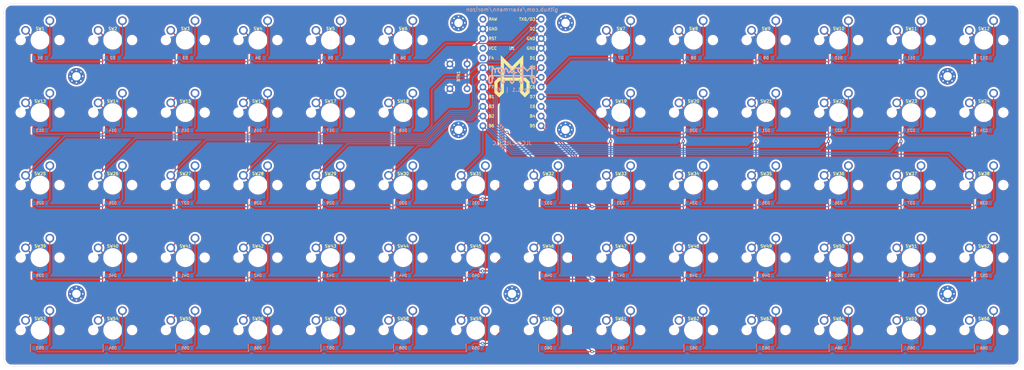
<source format=kicad_pcb>
(kicad_pcb (version 20211014) (generator pcbnew)
  (title_block (title "Morizon MX") (date "2022-03-21") (rev "1.1") (company "skarrmann"))
  (layers (0 "F.Cu" signal) (31 "B.Cu" signal) (34 "B.Paste" user) (35 "F.Paste" user) (36 "B.SilkS" user "B.Silkscreen") (37 "F.SilkS" user "F.Silkscreen") (38 "B.Mask" user) (39 "F.Mask" user) (44 "Edge.Cuts" user))
  (net 0 "")
  (net 1 "Net-(D1-Pad2)")
  (net 2 "ROW1")
  (net 3 "Net-(D2-Pad2)")
  (net 4 "Net-(D3-Pad2)")
  (net 5 "Net-(D4-Pad2)")
  (net 6 "Net-(D5-Pad2)")
  (net 7 "Net-(D6-Pad2)")
  (net 8 "Net-(D7-Pad2)")
  (net 9 "ROW2")
  (net 10 "Net-(D8-Pad2)")
  (net 11 "Net-(D9-Pad2)")
  (net 12 "Net-(D10-Pad2)")
  (net 13 "Net-(D11-Pad2)")
  (net 14 "Net-(D12-Pad2)")
  (net 15 "Net-(D13-Pad2)")
  (net 16 "ROW3")
  (net 17 "Net-(D14-Pad2)")
  (net 18 "Net-(D15-Pad2)")
  (net 19 "Net-(D16-Pad2)")
  (net 20 "Net-(D17-Pad2)")
  (net 21 "Net-(D18-Pad2)")
  (net 22 "Net-(D19-Pad2)")
  (net 23 "ROW4")
  (net 24 "Net-(D20-Pad2)")
  (net 25 "Net-(D21-Pad2)")
  (net 26 "Net-(D22-Pad2)")
  (net 27 "Net-(D23-Pad2)")
  (net 28 "Net-(D24-Pad2)")
  (net 29 "Net-(D25-Pad2)")
  (net 30 "Net-(D26-Pad2)")
  (net 31 "Net-(D27-Pad2)")
  (net 32 "Net-(D28-Pad2)")
  (net 33 "Net-(D29-Pad2)")
  (net 34 "Net-(D30-Pad2)")
  (net 35 "Net-(D31-Pad2)")
  (net 36 "Net-(D32-Pad2)")
  (net 37 "Net-(D33-Pad2)")
  (net 38 "Net-(D34-Pad2)")
  (net 39 "Net-(D35-Pad2)")
  (net 40 "Net-(D36-Pad2)")
  (net 41 "Net-(D37-Pad2)")
  (net 42 "Net-(D38-Pad2)")
  (net 43 "Net-(D39-Pad2)")
  (net 44 "Net-(D40-Pad2)")
  (net 45 "Net-(D41-Pad2)")
  (net 46 "Net-(D42-Pad2)")
  (net 47 "GND")
  (net 48 "COL1")
  (net 49 "COL2")
  (net 50 "COL3")
  (net 51 "COL4")
  (net 52 "COL5")
  (net 53 "COL6")
  (net 54 "Net-(H1-Pad1)")
  (net 55 "Net-(H2-Pad1)")
  (net 56 "Net-(H3-Pad1)")
  (net 57 "Net-(H4-Pad1)")
  (net 58 "Net-(D43-Pad2)")
  (net 59 "Net-(D44-Pad2)")
  (net 60 "Net-(D45-Pad2)")
  (net 61 "Net-(D46-Pad2)")
  (net 62 "Net-(D47-Pad2)")
  (net 63 "Net-(D48-Pad2)")
  (net 64 "Net-(D49-Pad2)")
  (net 65 "Net-(D50-Pad2)")
  (net 66 "COL7")
  (net 67 "RESET")
  (net 68 "Net-(D51-Pad2)")
  (net 69 "Net-(D52-Pad2)")
  (net 70 "Net-(H5-Pad1)")
  (net 71 "Net-(H6-Pad1)")
  (net 72 "Net-(H7-Pad1)")
  (net 73 "Net-(H8-Pad1)")
  (net 74 "ROW6")
  (net 75 "ROW7")
  (net 76 "ROW8")
  (net 77 "ROW9")
  (net 78 "Net-(D53-Pad2)")
  (net 79 "ROW5")
  (net 80 "Net-(D54-Pad2)")
  (net 81 "Net-(D55-Pad2)")
  (net 82 "Net-(D56-Pad2)")
  (net 83 "Net-(D57-Pad2)")
  (net 84 "Net-(D58-Pad2)")
  (net 85 "Net-(D59-Pad2)")
  (net 86 "Net-(D60-Pad2)")
  (net 87 "ROW10")
  (net 88 "Net-(D61-Pad2)")
  (net 89 "Net-(D62-Pad2)")
  (net 90 "Net-(D63-Pad2)")
  (net 91 "Net-(D64-Pad2)")
  (net 92 "Net-(D65-Pad2)")
  (net 93 "Net-(D66-Pad2)")
  (net 94 "Net-(H9-Pad1)")
  (footprint "horizon-footprints:Pro-Micro" (layer "F.Cu") (at 148 57)
    (fp_text reference "U1")
    (fp_text value "PRO-MICRO" hide)
  )
  (footprint "horizon-footprints:Mount_M2" (layer "F.Cu") (at 34 133)
    (fp_text reference "H3" hide)
    (fp_text value "Hole_Pad" hide)
  )
  (footprint "horizon-footprints:Mount_M2" (layer "F.Cu") (at 262 133)
    (fp_text reference "H4" hide)
    (fp_text value "Hole_Pad" hide)
  )
  (footprint "horizon-footprints:Mount_M2" (layer "F.Cu") (at 34 76)
    (fp_text reference "H1" hide)
    (fp_text value "Hole_Pad" hide)
  )
  (footprint "horizon-footprints:Mount_M2" (layer "F.Cu") (at 262 76)
    (fp_text reference "H2" hide)
    (fp_text value "Hole_Pad" hide)
  )
  (footprint "horizon-footprints:SW_Push_6mm" (layer "F.Cu") (at 134 76 -90)
    (fp_text reference "BTN1")
    (fp_text value "RESET")
  )
  (footprint "horizon-footprints:Mount_M2" (layer "F.Cu") (at 134 62)
    (fp_text reference "H5" hide)
    (fp_text value "Hole_Pad" hide)
  )
  (footprint "horizon-footprints:Mount_M2" (layer "F.Cu") (at 162 62)
    (fp_text reference "H6" hide)
    (fp_text value "Hole_Pad" hide)
  )
  (footprint "horizon-footprints:Mount_M2" (layer "F.Cu") (at 134 90)
    (fp_text reference "H7" hide)
    (fp_text value "Hole_Pad" hide)
  )
  (footprint "horizon-footprints:Mount_M2" (layer "F.Cu") (at 162 90)
    (fp_text reference "H8" hide)
    (fp_text value "Hole_Pad" hide)
  )
  (footprint "horizon-footprints:SW_MX" (layer "F.Cu") (at 24.5 66.5)
    (fp_text reference "SW1")
    (fp_text value "SW_Push")
  )
  (footprint "horizon-footprints:SW_MX" (layer "F.Cu") (at 43.5 66.5)
    (fp_text reference "SW2")
    (fp_text value "SW_Push")
  )
  (footprint "horizon-footprints:SW_MX" (layer "F.Cu") (at 62.5 66.5)
    (fp_text reference "SW3")
    (fp_text value "SW_Push")
  )
  (footprint "horizon-footprints:SW_MX" (layer "F.Cu") (at 81.5 66.5)
    (fp_text reference "SW4")
    (fp_text value "SW_Push")
  )
  (footprint "horizon-footprints:SW_MX" (layer "F.Cu") (at 100.5 66.5)
    (fp_text reference "SW5")
    (fp_text value "SW_Push")
  )
  (footprint "horizon-footprints:SW_MX" (layer "F.Cu") (at 119.5 66.5)
    (fp_text reference "SW6")
    (fp_text value "SW_Push")
  )
  (footprint "horizon-footprints:SW_MX" (layer "F.Cu") (at 176.5 66.5)
    (fp_text reference "SW7")
    (fp_text value "SW_Push")
  )
  (footprint "horizon-footprints:SW_MX" (layer "F.Cu") (at 195.5 66.5)
    (fp_text reference "SW8")
    (fp_text value "SW_Push")
  )
  (footprint "horizon-footprints:SW_MX" (layer "F.Cu") (at 214.5 66.5)
    (fp_text reference "SW9")
    (fp_text value "SW_Push")
  )
  (footprint "horizon-footprints:SW_MX" (layer "F.Cu") (at 233.5 66.5)
    (fp_text reference "SW10")
    (fp_text value "SW_Push")
  )
  (footprint "horizon-footprints:SW_MX" (layer "F.Cu") (at 252.5 66.5)
    (fp_text reference "SW11")
    (fp_text value "SW_Push")
  )
  (footprint "horizon-footprints:SW_MX" (layer "F.Cu") (at 271.5 66.5)
    (fp_text reference "SW12")
    (fp_text value "SW_Push")
  )
  (footprint "horizon-footprints:SW_MX" (layer "F.Cu") (at 24.5 85.5)
    (fp_text reference "SW13")
    (fp_text value "SW_Push")
  )
  (footprint "horizon-footprints:SW_MX" (layer "F.Cu") (at 43.5 85.5)
    (fp_text reference "SW14")
    (fp_text value "SW_Push")
  )
  (footprint "horizon-footprints:SW_MX" (layer "F.Cu") (at 62.5 85.5)
    (fp_text reference "SW15")
    (fp_text value "SW_Push")
  )
  (footprint "horizon-footprints:SW_MX" (layer "F.Cu") (at 81.5 85.5)
    (fp_text reference "SW16")
    (fp_text value "SW_Push")
  )
  (footprint "horizon-footprints:SW_MX" (layer "F.Cu") (at 100.5 85.5)
    (fp_text reference "SW17")
    (fp_text value "SW_Push")
  )
  (footprint "horizon-footprints:SW_MX" (layer "F.Cu") (at 119.5 85.5)
    (fp_text reference "SW18")
    (fp_text value "SW_Push")
  )
  (footprint "horizon-footprints:SW_MX" (layer "F.Cu") (at 176.5 85.5)
    (fp_text reference "SW19")
    (fp_text value "SW_Push")
  )
  (footprint "horizon-footprints:SW_MX" (layer "F.Cu") (at 195.5 85.5)
    (fp_text reference "SW20")
    (fp_text value "SW_Push")
  )
  (footprint "horizon-footprints:SW_MX" (layer "F.Cu") (at 214.5 85.5)
    (fp_text reference "SW21")
    (fp_text value "SW_Push")
  )
  (footprint "horizon-footprints:SW_MX" (layer "F.Cu") (at 233.5 85.5)
    (fp_text reference "SW22")
    (fp_text value "SW_Push")
  )
  (footprint "horizon-footprints:SW_MX" (layer "F.Cu") (at 252.5 85.5)
    (fp_text reference "SW23")
    (fp_text value "SW_Push")
  )
  (footprint "horizon-footprints:SW_MX" (layer "F.Cu") (at 271.5 85.5)
    (fp_text reference "SW24")
    (fp_text value "SW_Push")
  )
  (footprint "horizon-footprints:SW_MX" (layer "F.Cu") (at 24.5 104.5)
    (fp_text reference "SW25")
    (fp_text value "SW_Push")
  )
  (footprint "horizon-footprints:SW_MX" (layer "F.Cu") (at 43.5 104.5)
    (fp_text reference "SW26")
    (fp_text value "SW_Push")
  )
  (footprint "horizon-footprints:SW_MX" (layer "F.Cu") (at 62.5 104.5)
    (fp_text reference "SW27")
    (fp_text value "SW_Push")
  )
  (footprint "horizon-footprints:SW_MX" (layer "F.Cu") (at 81.5 104.5)
    (fp_text reference "SW28")
    (fp_text value "SW_Push")
  )
  (footprint "horizon-footprints:SW_MX" (layer "F.Cu") (at 100.5 104.5)
    (fp_text reference "SW29")
    (fp_text value "SW_Push")
  )
  (footprint "horizon-footprints:SW_MX" (layer "F.Cu") (at 119.5 104.5)
    (fp_text reference "SW30")
    (fp_text value "SW_Push")
  )
  (footprint "horizon-footprints:SW_MX" (layer "F.Cu") (at 138.5 104.5)
    (fp_text reference "SW31")
    (fp_text value "SW_Push")
  )
  (footprint "horizon-footprints:SW_MX" (layer "F.Cu") (at 157.5 104.5)
    (fp_text reference "SW32")
    (fp_text value "SW_Push")
  )
  (footprint "horizon-footprints:SW_MX" (layer "F.Cu") (at 176.5 104.5)
    (fp_text reference "SW33")
    (fp_text value "SW_Push")
  )
  (footprint "horizon-footprints:SW_MX" (layer "F.Cu") (at 195.5 104.5)
    (fp_text reference "SW34")
    (fp_text value "SW_Push")
  )
  (footprint "horizon-footprints:SW_MX" (layer "F.Cu") (at 214.5 104.5)
    (fp_text reference "SW35")
    (fp_text value "SW_Push")
  )
  (footprint "horizon-footprints:SW_MX" (layer "F.Cu") (at 233.5 104.5)
    (fp_text reference "SW36")
    (fp_text value "SW_Push")
  )
  (footprint "horizon-footprints:SW_MX" (layer "F.Cu") (at 252.5 104.5)
    (fp_text reference "SW37")
    (fp_text value "SW_Push")
  )
  (footprint "horizon-footprints:SW_MX" (layer "F.Cu") (at 271.5 104.5)
    (fp_text reference "SW38")
    (fp_text value "SW_Push")
  )
  (footprint "horizon-footprints:SW_MX" (layer "F.Cu") (at 24.5 123.5)
    (fp_text reference "SW39")
    (fp_text value "SW_Push")
  )
  (footprint "horizon-footprints:SW_MX" (layer "F.Cu") (at 43.5 123.5)
    (fp_text reference "SW40")
    (fp_text value "SW_Push")
  )
  (footprint "horizon-footprints:SW_MX" (layer "F.Cu") (at 62.5 123.5)
    (fp_text reference "SW41")
    (fp_text value "SW_Push")
  )
  (footprint "horizon-footprints:SW_MX" (layer "F.Cu") (at 81.5 123.5)
    (fp_text reference "SW42")
    (fp_text value "SW_Push")
  )
  (footprint "horizon-footprints:SW_MX" (layer "F.Cu") (at 100.5 123.5)
    (fp_text reference "SW43")
    (fp_text value "SW_Push")
  )
  (footprint "horizon-footprints:SW_MX" (layer "F.Cu") (at 119.5 123.5)
    (fp_text reference "SW44")
    (fp_text value "SW_Push")
  )
  (footprint "horizon-footprints:SW_MX" (layer "F.Cu") (at 138.5 123.5)
    (fp_text reference "SW45")
    (fp_text value "SW_Push")
  )
  (footprint "horizon-footprints:SW_MX" (layer "F.Cu") (at 157.5 123.5)
    (fp_text reference "SW46")
    (fp_text value "SW_Push")
  )
  (footprint "horizon-footprints:SW_MX" (layer "F.Cu") (at 176.5 123.5)
    (fp_text reference "SW47")
    (fp_text value "SW_Push")
  )
  (footprint "horizon-footprints:SW_MX" (layer "F.Cu") (at 195.5 123.5)
    (fp_text reference "SW48")
    (fp_text value "SW_Push")
  )
  (footprint "horizon-footprints:SW_MX" (layer "F.Cu") (at 214.5 123.5)
    (fp_text reference "SW49")
    (fp_text value "SW_Push")
  )
  (footprint "horizon-footprints:SW_MX" (layer "F.Cu") (at 233.5 123.5)
    (fp_text reference "SW50")
    (fp_text value "SW_Push")
  )
  (footprint "horizon-footprints:SW_MX" (layer "F.Cu") (at 252.5 123.5)
    (fp_text reference "SW51")
    (fp_text value "SW_Push")
  )
  (footprint "horizon-footprints:SW_MX" (layer "F.Cu") (at 271.5 123.5)
    (fp_text reference "SW52")
    (fp_text value "SW_Push")
  )
  (footprint "horizon-footprints:Logo_Morizon_M" (layer "F.Cu") (at 148 76)
    (fp_text reference "LOGO2" hide)
    (fp_text value "Logo-Top" hide)
  )
  (footprint "horizon-footprints:Mount_M2" (layer "F.Cu") (at 148 133)
    (fp_text reference "H9" hide)
    (fp_text value "Hole_Pad" hide)
  )
  (footprint "horizon-footprints:SW_MX" (layer "F.Cu") (at 24.5 142.5)
    (fp_text reference "SW53")
    (fp_text value "SW_Push")
  )
  (footprint "horizon-footprints:SW_MX" (layer "F.Cu") (at 43.5 142.5)
    (fp_text reference "SW54")
    (fp_text value "SW_Push")
  )
  (footprint "horizon-footprints:SW_MX" (layer "F.Cu") (at 62.5 142.5)
    (fp_text reference "SW55")
    (fp_text value "SW_Push")
  )
  (footprint "horizon-footprints:SW_MX" (layer "F.Cu") (at 81.5 142.5)
    (fp_text reference "SW56")
    (fp_text value "SW_Push")
  )
  (footprint "horizon-footprints:SW_MX" (layer "F.Cu") (at 100.5 142.5)
    (fp_text reference "SW57")
    (fp_text value "SW_Push")
  )
  (footprint "horizon-footprints:SW_MX" (layer "F.Cu") (at 119.5 142.5)
    (fp_text reference "SW58")
    (fp_text value "SW_Push")
  )
  (footprint "horizon-footprints:SW_MX" (layer "F.Cu") (at 138.5 142.5)
    (fp_text reference "SW59")
    (fp_text value "SW_Push")
  )
  (footprint "horizon-footprints:SW_MX" (layer "F.Cu") (at 157.5 142.5)
    (fp_text reference "SW60")
    (fp_text value "SW_Push")
  )
  (footprint "horizon-footprints:SW_MX" (layer "F.Cu") (at 176.5 142.5)
    (fp_text reference "SW61")
    (fp_text value "SW_Push")
  )
  (footprint "horizon-footprints:SW_MX" (layer "F.Cu") (at 195.5 142.5)
    (fp_text reference "SW62")
    (fp_text value "SW_Push")
  )
  (footprint "horizon-footprints:SW_MX" (layer "F.Cu") (at 214.5 142.5)
    (fp_text reference "SW63")
    (fp_text value "SW_Push")
  )
  (footprint "horizon-footprints:SW_MX" (layer "F.Cu") (at 233.5 142.5)
    (fp_text reference "SW64")
    (fp_text value "SW_Push")
  )
  (footprint "horizon-footprints:SW_MX" (layer "F.Cu") (at 252.5 142.5)
    (fp_text reference "SW65")
    (fp_text value "SW_Push")
  )
  (footprint "horizon-footprints:SW_MX" (layer "F.Cu") (at 271.5 142.5)
    (fp_text reference "SW66")
    (fp_text value "SW_Push")
  )
  (footprint "horizon-footprints:D_SOD-123" (layer "B.Cu") (at 24.5 71.2)
    (fp_text reference "D1")
    (fp_text value "D" hide)
  )
  (footprint "horizon-footprints:D_SOD-123" (layer "B.Cu") (at 43.5 71.2)
    (fp_text reference "D2")
    (fp_text value "D" hide)
  )
  (footprint "horizon-footprints:D_SOD-123" (layer "B.Cu") (at 62.5 71.2)
    (fp_text reference "D3")
    (fp_text value "D" hide)
  )
  (footprint "horizon-footprints:D_SOD-123" (layer "B.Cu") (at 81.5 71.2)
    (fp_text reference "D4")
    (fp_text value "D" hide)
  )
  (footprint "horizon-footprints:D_SOD-123" (layer "B.Cu") (at 100.5 71.2)
    (fp_text reference "D5")
    (fp_text value "D" hide)
  )
  (footprint "horizon-footprints:D_SOD-123" (layer "B.Cu") (at 119.5 71.2)
    (fp_text reference "D6")
    (fp_text value "D" hide)
  )
  (footprint "horizon-footprints:D_SOD-123" (layer "B.Cu") (at 176.5 71.2)
    (fp_text reference "D7")
    (fp_text value "D" hide)
  )
  (footprint "horizon-footprints:D_SOD-123" (layer "B.Cu") (at 195.5 71.2)
    (fp_text reference "D8")
    (fp_text value "D" hide)
  )
  (footprint "horizon-footprints:D_SOD-123" (layer "B.Cu") (at 214.5 71.2)
    (fp_text reference "D9")
    (fp_text value "D" hide)
  )
  (footprint "horizon-footprints:D_SOD-123" (layer "B.Cu") (at 233.5 71.2)
    (fp_text reference "D10")
    (fp_text value "D" hide)
  )
  (footprint "horizon-footprints:D_SOD-123" (layer "B.Cu") (at 252.5 71.2)
    (fp_text reference "D11")
    (fp_text value "D" hide)
  )
  (footprint "horizon-footprints:D_SOD-123" (layer "B.Cu") (at 271.5 71.2)
    (fp_text reference "D12")
    (fp_text value "D" hide)
  )
  (footprint "horizon-footprints:D_SOD-123" (layer "B.Cu") (at 24.5 90.2)
    (fp_text reference "D13")
    (fp_text value "D" hide)
  )
  (footprint "horizon-footprints:D_SOD-123" (layer "B.Cu") (at 43.5 90.2)
    (fp_text reference "D14")
    (fp_text value "D" hide)
  )
  (footprint "horizon-footprints:D_SOD-123" (layer "B.Cu") (at 62.5 90.2)
    (fp_text reference "D15")
    (fp_text value "D" hide)
  )
  (footprint "horizon-footprints:D_SOD-123" (layer "B.Cu") (at 81.5 90.2)
    (fp_text reference "D16")
    (fp_text value "D" hide)
  )
  (footprint "horizon-footprints:D_SOD-123" (layer "B.Cu") (at 100.5 90.2)
    (fp_text reference "D17")
    (fp_text value "D" hide)
  )
  (footprint "horizon-footprints:D_SOD-123" (layer "B.Cu") (at 119.5 90.2)
    (fp_text reference "D18")
    (fp_text value "D" hide)
  )
  (footprint "horizon-footprints:D_SOD-123" (layer "B.Cu") (at 176.5 90.2)
    (fp_text reference "D19")
    (fp_text value "D" hide)
  )
  (footprint "horizon-footprints:D_SOD-123" (layer "B.Cu") (at 195.5 90.2)
    (fp_text reference "D20")
    (fp_text value "D" hide)
  )
  (footprint "horizon-footprints:D_SOD-123" (layer "B.Cu") (at 214.5 90.2)
    (fp_text reference "D21")
    (fp_text value "D" hide)
  )
  (footprint "horizon-footprints:D_SOD-123" (layer "B.Cu") (at 233.5 90.2)
    (fp_text reference "D22")
    (fp_text value "D" hide)
  )
  (footprint "horizon-footprints:D_SOD-123" (layer "B.Cu") (at 252.5 90.2)
    (fp_text reference "D23")
    (fp_text value "D" hide)
  )
  (footprint "horizon-footprints:D_SOD-123" (layer "B.Cu") (at 271.5 90.2)
    (fp_text reference "D24")
    (fp_text value "D" hide)
  )
  (footprint "horizon-footprints:D_SOD-123" (layer "B.Cu") (at 24.5 109.2)
    (fp_text reference "D25")
    (fp_text value "D" hide)
  )
  (footprint "horizon-footprints:D_SOD-123" (layer "B.Cu") (at 43.5 109.2)
    (fp_text reference "D26")
    (fp_text value "D" hide)
  )
  (footprint "horizon-footprints:D_SOD-123" (layer "B.Cu") (at 62.5 109.2)
    (fp_text reference "D27")
    (fp_text value "D" hide)
  )
  (footprint "horizon-footprints:D_SOD-123" (layer "B.Cu") (at 81.5 109.2)
    (fp_text reference "D28")
    (fp_text value "D" hide)
  )
  (footprint "horizon-footprints:D_SOD-123" (layer "B.Cu") (at 100.5 109.2)
    (fp_text reference "D29")
    (fp_text value "D" hide)
  )
  (footprint "horizon-footprints:D_SOD-123" (layer "B.Cu") (at 119.5 109.2)
    (fp_text reference "D30")
    (fp_text value "D" hide)
  )
  (footprint "horizon-footprints:D_SOD-123" (layer "B.Cu") (at 138.5 109.2)
    (fp_text reference "D31")
    (fp_text value "D" hide)
  )
  (footprint "horizon-footprints:D_SOD-123" (layer "B.Cu") (at 157.5 109.2)
    (fp_text reference "D32")
    (fp_text value "D" hide)
  )
  (footprint "horizon-footprints:D_SOD-123" (layer "B.Cu") (at 176.5 109.2)
    (fp_text reference "D33")
    (fp_text value "D" hide)
  )
  (footprint "horizon-footprints:D_SOD-123" (layer "B.Cu") (at 195.5 109.2)
    (fp_text reference "D34")
    (fp_text value "D" hide)
  )
  (footprint "horizon-footprints:D_SOD-123" (layer "B.Cu") (at 214.5 109.2)
    (fp_text reference "D35")
    (fp_text value "D" hide)
  )
  (footprint "horizon-footprints:D_SOD-123" (layer "B.Cu") (at 233.5 109.2)
    (fp_text reference "D36")
    (fp_text value "D" hide)
  )
  (footprint "horizon-footprints:D_SOD-123" (layer "B.Cu") (at 252.5 109.2)
    (fp_text reference "D37")
    (fp_text value "D" hide)
  )
  (footprint "horizon-footprints:D_SOD-123" (layer "B.Cu") (at 271.5 109.2)
    (fp_text reference "D38")
    (fp_text value "D" hide)
  )
  (footprint "horizon-footprints:D_SOD-123" (layer "B.Cu") (at 24.5 128.2)
    (fp_text reference "D39")
    (fp_text value "D" hide)
  )
  (footprint "horizon-footprints:D_SOD-123" (layer "B.Cu") (at 43.5 128.2)
    (fp_text reference "D40")
    (fp_text value "D" hide)
  )
  (footprint "horizon-footprints:D_SOD-123" (layer "B.Cu") (at 62.5 128.2)
    (fp_text reference "D41")
    (fp_text value "D" hide)
  )
  (footprint "horizon-footprints:D_SOD-123" (layer "B.Cu") (at 81.5 128.2)
    (fp_text reference "D42")
    (fp_text value "D" hide)
  )
  (footprint "horizon-footprints:D_SOD-123" (layer "B.Cu") (at 100.5 128.2)
    (fp_text reference "D43")
    (fp_text value "D" hide)
  )
  (footprint "horizon-footprints:D_SOD-123" (layer "B.Cu") (at 119.5 128.2)
    (fp_text reference "D44")
    (fp_text value "D" hide)
  )
  (footprint "horizon-footprints:D_SOD-123" (layer "B.Cu") (at 138.5 128.2)
    (fp_text reference "D45")
    (fp_text value "D" hide)
  )
  (footprint "horizon-footprints:D_SOD-123" (layer "B.Cu") (at 157.5 128.2)
    (fp_text reference "D46")
    (fp_text value "D" hide)
  )
  (footprint "horizon-footprints:D_SOD-123" (layer "B.Cu") (at 176.5 128.2)
    (fp_text reference "D47")
    (fp_text value "D" hide)
  )
  (footprint "horizon-footprints:D_SOD-123" (layer "B.Cu") (at 195.5 128.2)
    (fp_text reference "D48")
    (fp_text value "D" hide)
  )
  (footprint "horizon-footprints:D_SOD-123" (layer "B.Cu") (at 214.5 128.2)
    (fp_text reference "D49")
    (fp_text value "D" hide)
  )
  (footprint "horizon-footprints:D_SOD-123" (layer "B.Cu") (at 233.5 128.2)
    (fp_text reference "D50")
    (fp_text value "D" hide)
  )
  (footprint "horizon-footprints:D_SOD-123" (layer "B.Cu") (at 252.5 128.2)
    (fp_text reference "D51")
    (fp_text value "D" hide)
  )
  (footprint "horizon-footprints:D_SOD-123" (layer "B.Cu") (at 271.5 128.2)
    (fp_text reference "D52")
    (fp_text value "D" hide)
  )
  (footprint "horizon-footprints:Logo_Morizon_Small" (layer "B.Cu") (at 148 75.5 180)
    (fp_text reference "LOGO1" hide)
    (fp_text value "Logo-Bottom" hide)
  )
  (footprint "horizon-footprints:D_SOD-123" (layer "B.Cu") (at 24.5 147.2)
    (fp_text reference "D53")
    (fp_text value "D" hide)
  )
  (footprint "horizon-footprints:D_SOD-123" (layer "B.Cu") (at 43.5 147.2)
    (fp_text reference "D54")
    (fp_text value "D" hide)
  )
  (footprint "horizon-footprints:D_SOD-123" (layer "B.Cu") (at 62.5 147.2)
    (fp_text reference "D55")
    (fp_text value "D" hide)
  )
  (footprint "horizon-footprints:D_SOD-123" (layer "B.Cu") (at 81.5 147.2)
    (fp_text reference "D56")
    (fp_text value "D" hide)
  )
  (footprint "horizon-footprints:D_SOD-123" (layer "B.Cu") (at 100.5 147.2)
    (fp_text reference "D57")
    (fp_text value "D" hide)
  )
  (footprint "horizon-footprints:D_SOD-123" (layer "B.Cu") (at 119.5 147.2)
    (fp_text reference "D58")
    (fp_text value "D" hide)
  )
  (footprint "horizon-footprints:D_SOD-123" (layer "B.Cu") (at 138.5 147.2)
    (fp_text reference "D59")
    (fp_text value "D" hide)
  )
  (footprint "horizon-footprints:D_SOD-123" (layer "B.Cu") (at 157.5 147.2)
    (fp_text reference "D60")
    (fp_text value "D" hide)
  )
  (footprint "horizon-footprints:D_SOD-123" (layer "B.Cu") (at 176.5 147.2)
    (fp_text reference "D61")
    (fp_text value "D" hide)
  )
  (footprint "horizon-footprints:D_SOD-123" (layer "B.Cu") (at 195.5 147.2)
    (fp_text reference "D62")
    (fp_text value "D" hide)
  )
  (footprint "horizon-footprints:D_SOD-123" (layer "B.Cu") (at 214.5 147.2)
    (fp_text reference "D63")
    (fp_text value "D" hide)
  )
  (footprint "horizon-footprints:D_SOD-123" (layer "B.Cu") (at 233.5 147.2)
    (fp_text reference "D64")
    (fp_text value "D" hide)
  )
  (footprint "horizon-footprints:D_SOD-123" (layer "B.Cu") (at 252.5 147.2)
    (fp_text reference "D65")
    (fp_text value "D" hide)
  )
  (footprint "horizon-footprints:D_SOD-123" (layer "B.Cu") (at 271.5 147.2)
    (fp_text reference "D66")
    (fp_text value "D" hide)
  )
  (gr_line (start 15 150) (end 15 59) (layer "Edge.Cuts") (width 0.05))
  (gr_arc (start 281 150) (mid 280.414214 151.414214) (end 279 152) (layer "Edge.Cuts") (width 0.05))
  (gr_line (start 17 57) (end 279 57) (layer "Edge.Cuts") (width 0.05))
  (gr_arc (start 17 152) (mid 15.585786 151.414214) (end 15 150) (layer "Edge.Cuts") (width 0.05))
  (gr_line (start 279 152) (end 17 152) (layer "Edge.Cuts") (width 0.05))
  (gr_arc (start 15 59) (mid 15.585786 57.585786) (end 17 57) (layer "Edge.Cuts") (width 0.05))
  (gr_arc (start 279 57) (mid 280.414214 57.585786) (end 281 59) (layer "Edge.Cuts") (width 0.05))
  (gr_line (start 281 59) (end 281 150) (layer "Edge.Cuts") (width 0.05))
  (gr_text "rev1.1 | MX" (at 148 79.5) (layer "B.SilkS") (effects (font (size 1 1)) (justify mirror)))
  (gr_text "github.com/skarrmann/morizon" (at 148 58.5) (layer "B.SilkS") (effects (font (size 1 1)) (justify mirror)))
  (gr_text "JLCJLCJLCJLC" (at 148 93.5) (layer "B.SilkS") (effects (font (size 1 1)) (justify mirror)))
  (segment (start 26.15 71.2) (end 27.04 70.31) (width 0.3) (layer "B.Cu") (net 1))
  (segment (start 27.04 70.31) (end 27.04 61.42) (width 0.3) (layer "B.Cu") (net 1))
  (segment (start 125.849999 72.150001) (end 130.600001 67.399999) (width 0.3) (layer "B.Cu") (net 2))
  (segment (start 148.050001 67.399999) (end 154.42 61.03) (width 0.3) (layer "B.Cu") (net 2))
  (segment (start 154.42 61.03) (end 155.62 61.03) (width 0.3) (layer "B.Cu") (net 2))
  (segment (start 130.600001 67.399999) (end 148.050001 67.399999) (width 0.3) (layer "B.Cu") (net 2))
  (segment (start 116.899999 72.150001) (end 117.85 71.2) (width 0.3) (layer "B.Cu") (net 2))
  (segment (start 98.85 71.2) (end 99.800001 72.150001) (width 0.3) (layer "B.Cu") (net 2))
  (segment (start 99.800001 72.150001) (end 116.899999 72.150001) (width 0.3) (layer "B.Cu") (net 2))
  (segment (start 118.800001 72.150001) (end 125.849999 72.150001) (width 0.3) (layer "B.Cu") (net 2))
  (segment (start 22.85 71.2) (end 23.800001 72.150001) (width 0.3) (layer "B.Cu") (net 2))
  (segment (start 59.899999 72.150001) (end 60.85 71.2) (width 0.3) (layer "B.Cu") (net 2))
  (segment (start 23.800001 72.150001) (end 40.899999 72.150001) (width 0.3) (layer "B.Cu") (net 2))
  (segment (start 80.800001 72.150001) (end 97.899999 72.150001) (width 0.3) (layer "B.Cu") (net 2))
  (segment (start 97.899999 72.150001) (end 98.85 71.2) (width 0.3) (layer "B.Cu") (net 2))
  (segment (start 118.800001 72.150001) (end 117.85 71.2) (width 0.3) (layer "B.Cu") (net 2))
  (segment (start 79.85 71.2) (end 80.800001 72.150001) (width 0.3) (layer "B.Cu") (net 2))
  (segment (start 42.800001 72.150001) (end 59.899999 72.150001) (width 0.3) (layer "B.Cu") (net 2))
  (segment (start 40.899999 72.150001) (end 41.85 71.2) (width 0.3) (layer "B.Cu") (net 2))
  (segment (start 60.85 71.2) (end 61.800001 72.150001) (width 0.3) (layer "B.Cu") (net 2))
  (segment (start 78.899999 72.150001) (end 79.85 71.2) (width 0.3) (layer "B.Cu") (net 2))
  (segment (start 41.85 71.2) (end 42.800001 72.150001) (width 0.3) (layer "B.Cu") (net 2))
  (segment (start 61.800001 72.150001) (end 78.899999 72.150001) (width 0.3) (layer "B.Cu") (net 2))
  (segment (start 46.04 70.31) (end 46.04 61.42) (width 0.3) (layer "B.Cu") (net 3))
  (segment (start 45.15 71.2) (end 46.04 70.31) (width 0.3) (layer "B.Cu") (net 3))
  (segment (start 65.04 70.31) (end 65.04 61.42) (width 0.3) (layer "B.Cu") (net 4))
  (segment (start 64.15 71.2) (end 65.04 70.31) (width 0.3) (layer "B.Cu") (net 4))
  (segment (start 84.04 70.31) (end 84.04 61.42) (width 0.3) (layer "B.Cu") (net 5))
  (segment (start 83.15 71.2) (end 84.04 70.31) (width 0.3) (layer "B.Cu") (net 5))
  (segment (start 102.15 71.2) (end 103.04 70.31) (width 0.3) (layer "B.Cu") (net 6))
  (segment (start 103.04 70.31) (end 103.04 61.42) (width 0.3) (layer "B.Cu") (net 6))
  (segment (start 122.04 70.31) (end 122.04 61.42) (width 0.3) (layer "B.Cu") (net 7))
  (segment (start 121.15 71.2) (end 122.04 70.31) (width 0.3) (layer "B.Cu") (net 7))
  (segment (start 179.04 70.31) (end 179.04 61.42) (width 0.3) (layer "B.Cu") (net 8))
  (segment (start 178.15 71.2) (end 179.04 70.31) (width 0.3) (layer "B.Cu") (net 8))
  (segment (start 145.437209 72.479999) (end 154.347208 63.57) (width 0.3) (layer "B.Cu") (net 9))
  (segment (start 126.991639 79.508361) (end 130.5 76) (width 0.3) (layer "B.Cu") (net 9))
  (segment (start 136.259998 76) (end 139.779999 72.479999) (width 0.3) (layer "B.Cu") (net 9))
  (segment (start 130.5 76) (end 136.259998 76) (width 0.3) (layer "B.Cu") (net 9))
  (segment (start 154.347208 63.57) (end 155.62 63.57) (width 0.3) (layer "B.Cu") (net 9))
  (segment (start 139.779999 72.479999) (end 145.437209 72.479999) (width 0.3) (layer "B.Cu") (net 9))
  (segment (start 126.991639 88.991639) (end 126.991639 79.508361) (width 0.3) (layer "B.Cu") (net 9))
  (segment (start 80.800001 91.150001) (end 97.899999 91.150001) (width 0.3) (layer "B.Cu") (net 9))
  (segment (start 116.899999 91.150001) (end 117.85 90.2) (width 0.3) (layer "B.Cu") (net 9))
  (segment (start 79.85 90.2) (end 80.800001 91.150001) (width 0.3) (layer "B.Cu") (net 9))
  (segment (start 118.800001 91.150001) (end 124.833277 91.150001) (width 0.3) (layer "B.Cu") (net 9))
  (segment (start 117.85 90.2) (end 118.800001 91.150001) (width 0.3) (layer "B.Cu") (net 9))
  (segment (start 41.85 90.2) (end 42.800001 91.150001) (width 0.3) (layer "B.Cu") (net 9))
  (segment (start 98.85 90.2) (end 99.800001 91.150001) (width 0.3) (layer "B.Cu") (net 9))
  (segment (start 61.800001 91.150001) (end 78.899999 91.150001) (width 0.3) (layer "B.Cu") (net 9))
  (segment (start 99.800001 91.150001) (end 116.899999 91.150001) (width 0.3) (layer "B.Cu") (net 9))
  (segment (start 23.800001 91.150001) (end 40.899999 91.150001) (width 0.3) (layer "B.Cu") (net 9))
  (segment (start 42.800001 91.150001) (end 59.899999 91.150001) (width 0.3) (layer "B.Cu") (net 9))
  (segment (start 97.899999 91.150001) (end 98.85 90.2) (width 0.3) (layer "B.Cu") (net 9))
  (segment (start 126.991639 88.991639) (end 124.833277 91.150001) (width 0.3) (layer "B.Cu") (net 9))
  (segment (start 78.899999 91.150001) (end 79.85 90.2) (width 0.3) (layer "B.Cu") (net 9))
  (segment (start 22.85 90.2) (end 23.800001 91.150001) (width 0.3) (layer "B.Cu") (net 9))
  (segment (start 40.899999 91.150001) (end 41.85 90.2) (width 0.3) (layer "B.Cu") (net 9))
  (segment (start 60.85 90.2) (end 61.800001 91.150001) (width 0.3) (layer "B.Cu") (net 9))
  (segment (start 59.899999 91.150001) (end 60.85 90.2) (width 0.3) (layer "B.Cu") (net 9))
  (segment (start 197.15 71.2) (end 198.04 70.31) (width 0.3) (layer "B.Cu") (net 10))
  (segment (start 198.04 70.31) (end 198.04 61.42) (width 0.3) (layer "B.Cu") (net 10))
  (segment (start 217.04 70.31) (end 217.04 61.42) (width 0.3) (layer "B.Cu") (net 11))
  (segment (start 216.15 71.2) (end 217.04 70.31) (width 0.3) (layer "B.Cu") (net 11))
  (segment (start 236.04 70.31) (end 236.04 61.42) (width 0.3) (layer "B.Cu") (net 12))
  (segment (start 235.15 71.2) (end 236.04 70.31) (width 0.3) (layer "B.Cu") (net 12))
  (segment (start 255.04 70.31) (end 255.04 61.42) (width 0.3) (layer "B.Cu") (net 13))
  (segment (start 254.15 71.2) (end 255.04 70.31) (width 0.3) (layer "B.Cu") (net 13))
  (segment (start 273.15 71.2) (end 274.04 70.31) (width 0.3) (layer "B.Cu") (net 14))
  (segment (start 274.04 70.31) (end 274.04 61.42) (width 0.3) (layer "B.Cu") (net 14))
  (segment (start 26.15 90.2) (end 27.04 89.31) (width 0.3) (layer "B.Cu") (net 15))
  (segment (start 27.04 89.31) (end 27.04 80.42) (width 0.3) (layer "B.Cu") (net 15))
  (segment (start 154.370489 72.439511) (end 155.62 71.19) (width 0.3) (layer "F.Cu") (net 16))
  (segment (start 154.370489 74.273083) (end 154.370489 72.439511) (width 0.3) (layer "F.Cu") (net 16))
  (segment (start 141.887778 107.994668) (end 144.854521 105.027925) (width 0.3) (layer "F.Cu") (net 16))
  (segment (start 140.29 107.994668) (end 141.887778 107.994668) (width 0.3) (layer "F.Cu") (net 16))
  (segment (start 144.854521 83.789051) (end 154.370489 74.273083) (width 0.3) (layer "F.Cu") (net 16))
  (segment (start 144.854521 105.027925) (end 144.854521 83.789051) (width 0.3) (layer "F.Cu") (net 16))
  (via (at 140.29 107.994668) (size 0.8) (drill 0.4) (layers "F.Cu" "B.Cu") (net 16))
  (segment (start 135.899999 110.150001) (end 136.85 109.2) (width 0.3) (layer "B.Cu") (net 16))
  (segment (start 118.800001 110.150001) (end 135.899999 110.150001) (width 0.3) (layer "B.Cu") (net 16))
  (segment (start 117.85 109.2) (end 118.800001 110.150001) (width 0.3) (layer "B.Cu") (net 16))
  (segment (start 61.800001 110.150001) (end 78.899999 110.150001) (width 0.3) (layer "B.Cu") (net 16))
  (segment (start 59.899999 110.150001) (end 60.85 109.2) (width 0.3) (layer "B.Cu") (net 16))
  (segment (start 80.800001 110.150001) (end 97.899999 110.150001) (width 0.3) (layer "B.Cu") (net 16))
  (segment (start 79.85 109.2) (end 80.800001 110.150001) (width 0.3) (layer "B.Cu") (net 16))
  (segment (start 97.899999 110.150001) (end 98.85 109.2) (width 0.3) (layer "B.Cu") (net 16))
  (segment (start 138.055332 107.994668) (end 140.29 107.994668) (width 0.3) (layer "B.Cu") (net 16))
  (segment (start 136.85 109.2) (end 138.055332 107.994668) (width 0.3) (layer "B.Cu") (net 16))
  (segment (start 42.800001 110.150001) (end 59.899999 110.150001) (width 0.3) (layer "B.Cu") (net 16))
  (segment (start 60.85 109.2) (end 61.800001 110.150001) (width 0.3) (layer "B.Cu") (net 16))
  (segment (start 23.800001 110.150001) (end 40.899999 110.150001) (width 0.3) (layer "B.Cu") (net 16))
  (segment (start 98.85 109.2) (end 99.800001 110.150001) (width 0.3) (layer "B.Cu") (net 16))
  (segment (start 41.85 109.2) (end 42.800001 110.150001) (width 0.3) (layer "B.Cu") (net 16))
  (segment (start 116.899999 110.150001) (end 117.85 109.2) (width 0.3) (layer "B.Cu") (net 16))
  (segment (start 22.85 109.2) (end 23.800001 110.150001) (width 0.3) (layer "B.Cu") (net 16))
  (segment (start 99.800001 110.150001) (end 116.899999 110.150001) (width 0.3) (layer "B.Cu") (net 16))
  (segment (start 78.899999 110.150001) (end 79.85 109.2) (width 0.3) (layer "B.Cu") (net 16))
  (segment (start 40.899999 110.150001) (end 41.85 109.2) (width 0.3) (layer "B.Cu") (net 16))
  (segment (start 45.15 90.2) (end 46.04 89.31) (width 0.3) (layer "B.Cu") (net 17))
  (segment (start 46.04 89.31) (end 46.04 80.42) (width 0.3) (layer "B.Cu") (net 17))
  (segment (start 64.15 90.2) (end 65.04 89.31) (width 0.3) (layer "B.Cu") (net 18))
  (segment (start 65.04 89.31) (end 65.04 80.42) (width 0.3) (layer "B.Cu") (net 18))
  (segment (start 83.15 90.2) (end 84.04 89.31) (width 0.3) (layer "B.Cu") (net 19))
  (segment (start 84.04 89.31) (end 84.04 80.42) (width 0.3) (layer "B.Cu") (net 19))
  (segment (start 103.04 89.31) (end 103.04 80.42) (width 0.3) (layer "B.Cu") (net 20))
  (segment (start 102.15 90.2) (end 103.04 89.31) (width 0.3) (layer "B.Cu") (net 20))
  (segment (start 121.15 90.2) (end 122.04 89.31) (width 0.3) (layer "B.Cu") (net 21))
  (segment (start 122.04 89.31) (end 122.04 80.42) (width 0.3) (layer "B.Cu") (net 21))
  (segment (start 179.04 89.31) (end 179.04 80.42) (width 0.3) (layer "B.Cu") (net 22))
  (segment (start 178.15 90.2) (end 179.04 89.31) (width 0.3) (layer "B.Cu") (net 22))
  (segment (start 145.35404 83.99596) (end 145.35404 123.528406) (width 0.3) (layer "F.Cu") (net 23))
  (segment (start 145.35404 123.528406) (end 141.887778 126.994668) (width 0.3) (layer "F.Cu") (net 23))
  (segment (start 141.887778 126.994668) (end 140.29 126.994668) (width 0.3) (layer "F.Cu") (net 23))
  (segment (start 155.62 73.73) (end 145.35404 83.99596) (width 0.3) (layer "F.Cu") (net 23))
  (via (at 140.29 126.994668) (size 0.8) (drill 0.4) (layers "F.Cu" "B.Cu") (net 23))
  (segment (start 59.899999 129.150001) (end 60.85 128.2) (width 0.3) (layer "B.Cu") (net 23))
  (segment (start 41.85 128.2) (end 42.800001 129.150001) (width 0.3) (layer "B.Cu") (net 23))
  (segment (start 136.85 128.2) (end 138.055332 126.994668) (width 0.3) (layer "B.Cu") (net 23))
  (segment (start 22.85 128.2) (end 23.800001 129.150001) (width 0.3) (layer "B.Cu") (net 23))
  (segment (start 60.85 128.2) (end 61.800001 129.150001) (width 0.3) (layer "B.Cu") (net 23))
  (segment (start 99.800001 129.150001) (end 116.899999 129.150001) (width 0.3) (layer "B.Cu") (net 23))
  (segment (start 138.055332 126.994668) (end 140.29 126.994668) (width 0.3) (layer "B.Cu") (net 23))
  (segment (start 79.85 128.2) (end 80.800001 129.150001) (width 0.3) (layer "B.Cu") (net 23))
  (segment (start 135.899999 129.150001) (end 136.85 128.2) (width 0.3) (layer "B.Cu") (net 23))
  (segment (start 80.800001 129.150001) (end 97.899999 129.150001) (width 0.3) (layer "B.Cu") (net 23))
  (segment (start 117.85 128.2) (end 118.800001 129.150001) (width 0.3) (layer "B.Cu") (net 23))
  (segment (start 23.800001 129.150001) (end 40.899999 129.150001) (width 0.3) (layer "B.Cu") (net 23))
  (segment (start 98.85 128.2) (end 99.800001 129.150001) (width 0.3) (layer "B.Cu") (net 23))
  (segment (start 42.800001 129.150001) (end 59.899999 129.150001) (width 0.3) (layer "B.Cu") (net 23))
  (segment (start 40.899999 129.150001) (end 41.85 128.2) (width 0.3) (layer "B.Cu") (net 23))
  (segment (start 61.800001 129.150001) (end 78.899999 129.150001) (width 0.3) (layer "B.Cu") (net 23))
  (segment (start 97.899999 129.150001) (end 98.85 128.2) (width 0.3) (layer "B.Cu") (net 23))
  (segment (start 118.800001 129.150001) (end 135.899999 129.150001) (width 0.3) (layer "B.Cu") (net 23))
  (segment (start 116.899999 129.150001) (end 117.85 128.2) (width 0.3) (layer "B.Cu") (net 23))
  (segment (start 78.899999 129.150001) (end 79.85 128.2) (width 0.3) (layer "B.Cu") (net 23))
  (segment (start 198.04 89.31) (end 198.04 80.42) (width 0.3) (layer "B.Cu") (net 24))
  (segment (start 197.15 90.2) (end 198.04 89.31) (width 0.3) (layer "B.Cu") (net 24))
  (segment (start 216.15 90.2) (end 217.04 89.31) (width 0.3) (layer "B.Cu") (net 25))
  (segment (start 217.04 89.31) (end 217.04 80.42) (width 0.3) (layer "B.Cu") (net 25))
  (segment (start 235.15 90.2) (end 236.04 89.31) (width 0.3) (layer "B.Cu") (net 26))
  (segment (start 236.04 89.31) (end 236.04 80.42) (width 0.3) (layer "B.Cu") (net 26))
  (segment (start 255.04 89.31) (end 255.04 80.42) (width 0.3) (layer "B.Cu") (net 27))
  (segment (start 254.15 90.2) (end 255.04 89.31) (width 0.3) (layer "B.Cu") (net 27))
  (segment (start 274.04 89.31) (end 274.04 80.42) (width 0.3) (layer "B.Cu") (net 28))
  (segment (start 273.15 90.2) (end 274.04 89.31) (width 0.3) (layer "B.Cu") (net 28))
  (segment (start 26.15 109.2) (end 27.04 108.31) (width 0.3) (layer "B.Cu") (net 29))
  (segment (start 27.04 108.31) (end 27.04 99.42) (width 0.3) (layer "B.Cu") (net 29))
  (segment (start 46.04 108.31) (end 46.04 99.42) (width 0.3) (layer "B.Cu") (net 30))
  (segment (start 45.15 109.2) (end 46.04 108.31) (width 0.3) (layer "B.Cu") (net 30))
  (segment (start 65.04 108.31) (end 65.04 99.42) (width 0.3) (layer "B.Cu") (net 31))
  (segment (start 64.15 109.2) (end 65.04 108.31) (width 0.3) (layer "B.Cu") (net 31))
  (segment (start 84.04 108.31) (end 84.04 99.42) (width 0.3) (layer "B.Cu") (net 32))
  (segment (start 83.15 109.2) (end 84.04 108.31) (width 0.3) (layer "B.Cu") (net 32))
  (segment (start 102.15 109.2) (end 103.04 108.31) (width 0.3) (layer "B.Cu") (net 33))
  (segment (start 103.04 108.31) (end 103.04 99.42) (width 0.3) (layer "B.Cu") (net 33))
  (segment (start 121.15 109.2) (end 122.04 108.31) (width 0.3) (layer "B.Cu") (net 34))
  (segment (start 122.04 108.31) (end 122.04 99.42) (width 0.3) (layer "B.Cu") (net 34))
  (segment (start 140.15 109.2) (end 141.04 108.31) (width 0.3) (layer "B.Cu") (net 35))
  (segment (start 141.04 108.31) (end 141.04 99.42) (width 0.3) (layer "B.Cu") (net 35))
  (segment (start 160.04 108.31) (end 160.04 99.42) (width 0.3) (layer "B.Cu") (net 36))
  (segment (start 159.15 109.2) (end 160.04 108.31) (width 0.3) (layer "B.Cu") (net 36))
  (segment (start 179.04 108.31) (end 179.04 99.42) (width 0.3) (layer "B.Cu") (net 37))
  (segment (start 178.15 109.2) (end 179.04 108.31) (width 0.3) (layer "B.Cu") (net 37))
  (segment (start 197.15 109.2) (end 198.04 108.31) (width 0.3) (layer "B.Cu") (net 38))
  (segment (start 198.04 108.31) (end 198.04 99.42) (width 0.3) (layer "B.Cu") (net 38))
  (segment (start 217.04 108.31) (end 217.04 99.42) (width 0.3) (layer "B.Cu") (net 39))
  (segment (start 216.15 109.2) (end 217.04 108.31) (width 0.3) (layer "B.Cu") (net 39))
  (segment (start 236.04 108.31) (end 236.04 99.42) (width 0.3) (layer "B.Cu") (net 40))
  (segment (start 235.15 109.2) (end 236.04 108.31) (width 0.3) (layer "B.Cu") (net 40))
  (segment (start 255.04 108.31) (end 255.04 99.42) (width 0.3) (layer "B.Cu") (net 41))
  (segment (start 254.15 109.2) (end 255.04 108.31) (width 0.3) (layer "B.Cu") (net 41))
  (segment (start 274.04 108.31) (end 274.04 99.42) (width 0.3) (layer "B.Cu") (net 42))
  (segment (start 273.15 109.2) (end 274.04 108.31) (width 0.3) (layer "B.Cu") (net 42))
  (segment (start 27.04 127.31) (end 27.04 118.42) (width 0.3) (layer "B.Cu") (net 43))
  (segment (start 26.15 128.2) (end 27.04 127.31) (width 0.3) (layer "B.Cu") (net 43))
  (segment (start 46.04 127.31) (end 46.04 118.42) (width 0.3) (layer "B.Cu") (net 44))
  (segment (start 45.15 128.2) (end 46.04 127.31) (width 0.3) (layer "B.Cu") (net 44))
  (segment (start 64.15 128.2) (end 65.04 127.31) (width 0.3) (layer "B.Cu") (net 45))
  (segment (start 65.04 127.31) (end 65.04 118.42) (width 0.3) (layer "B.Cu") (net 45))
  (segment (start 83.15 128.2) (end 84.04 127.31) (width 0.3) (layer "B.Cu") (net 46))
  (segment (start 84.04 127.31) (end 84.04 118.42) (width 0.3) (layer "B.Cu") (net 46))
  (via (at 148 68.5) (size 0.8) (drill 0.4) (layers "F.Cu" "B.Cu") (net 47))
  (segment (start 154.84 103.11) (end 154.84 119.81) (width 0.3) (layer "F.Cu") (net 48))
  (segment (start 21.84 65.11) (end 21.84 81.81) (width 0.3) (layer "F.Cu") (net 48))
  (segment (start 21.84 138.81) (end 20.69 139.96) (width 0.3) (layer "F.Cu") (net 48))
  (segment (start 153.69 97.684446) (end 146.654307 90.648753) (width 0.3) (layer "F.Cu") (net 48))
  (segment (start 153.69 101.96) (end 154.84 103.11) (width 0.3) (layer "F.Cu") (net 48))
  (segment (start 153.69 120.96) (end 154.84 122.11) (width 0.3) (layer "F.Cu") (net 48))
  (segment (start 154.84 138.81) (end 153.69 139.96) (width 0.3) (layer "F.Cu") (net 48))
  (segment (start 20.69 120.96) (end 21.84 122.11) (width 0.3) (layer "F.Cu") (net 48))
  (segment (start 21.84 103.11) (end 21.84 119.81) (width 0.3) (layer "F.Cu") (net 48))
  (segment (start 21.84 122.11) (end 21.84 138.81) (width 0.3) (layer "F.Cu") (net 48))
  (segment (start 20.69 101.96) (end 21.84 103.11) (width 0.3) (layer "F.Cu") (net 48))
  (segment (start 20.69 63.96) (end 21.84 65.11) (width 0.3) (layer "F.Cu") (net 48))
  (segment (start 20.69 82.96) (end 21.84 84.11) (width 0.3) (layer "F.Cu") (net 48))
  (segment (start 21.84 100.81) (end 20.69 101.96) (width 0.3) (layer "F.Cu") (net 48))
  (segment (start 153.69 101.96) (end 153.69 97.684446) (width 0.3) (layer "F.Cu") (net 48))
  (segment (start 154.84 122.11) (end 154.84 138.81) (width 0.3) (layer "F.Cu") (net 48))
  (segment (start 21.84 84.11) (end 21.84 100.81) (width 0.3) (layer "F.Cu") (net 48))
  (segment (start 21.84 119.81) (end 20.69 120.96) (width 0.3) (layer "F.Cu") (net 48))
  (segment (start 21.84 81.81) (end 20.69 82.96) (width 0.3) (layer "F.Cu") (net 48))
  (segment (start 154.84 119.81) (end 153.69 120.96) (width 0.3) (layer "F.Cu") (net 48))
  (via (at 146.654307 90.648753) (size 0.8) (drill 0.4) (layers "F.Cu" "B.Cu") (net 48))
  (segment (start 137.629969 83.811551) (end 136.491571 84.949949) (width 0.3) (layer "B.Cu") (net 48))
  (segment (start 131.740449 84.949949) (end 125.040387 91.650011) (width 0.3) (layer "B.Cu") (net 48))
  (segment (start 30.999989 91.650011) (end 20.69 101.96) (width 0.3) (layer "B.Cu") (net 48))
  (segment (start 125.040387 91.650011) (end 30.999989 91.650011) (width 0.3) (layer "B.Cu") (net 48))
  (segment (start 137.629969 76.480031) (end 137.629969 83.811551) (width 0.3) (layer "B.Cu") (net 48))
  (segment (start 136.491571 84.949949) (end 131.740449 84.949949) (width 0.3) (layer "B.Cu") (net 48))
  (segment (start 140.38 73.73) (end 137.629969 76.480031) (width 0.3) (layer "B.Cu") (net 48))
  (segment (start 144.130051 77.480051) (end 144.130051 88.477331) (width 0.3) (layer "B.Cu") (net 48))
  (segment (start 146.301473 90.648753) (end 144.130051 88.477331) (width 0.3) (layer "B.Cu") (net 48))
  (segment (start 140.38 73.73) (end 144.130051 77.480051) (width 0.3) (layer "B.Cu") (net 48))
  (segment (start 146.654307 90.648753) (end 146.301473 90.648753) (width 0.3) (layer "B.Cu") (net 48))
  (segment (start 173.84 138.81) (end 172.69 139.96) (width 0.3) (layer "F.Cu") (net 49))
  (segment (start 39.69 120.96) (end 40.84 122.11) (width 0.3) (layer "F.Cu") (net 49))
  (segment (start 40.84 81.81) (end 39.69 82.96) (width 0.3) (layer "F.Cu") (net 49))
  (segment (start 40.84 65.11) (end 40.84 81.81) (width 0.3) (layer "F.Cu") (net 49))
  (segment (start 173.84 92.96) (end 173.84 100.81) (width 0.3) (layer "F.Cu") (net 49))
  (segment (start 173.84 119.81) (end 172.69 120.96) (width 0.3) (layer "F.Cu") (net 49))
  (segment (start 39.69 82.96) (end 40.84 84.11) (width 0.3) (layer "F.Cu") (net 49))
  (segment (start 40.84 122.11) (end 40.84 138.81) (width 0.3) (layer "F.Cu") (net 49))
  (segment (start 40.84 100.81) (end 39.69 101.96) (width 0.3) (layer "F.Cu") (net 49))
  (segment (start 172.69 101.96) (end 173.84 103.11) (width 0.3) (layer "F.Cu") (net 49))
  (segment (start 173.84 84.11) (end 173.84 92.96) (width 0.3) (layer "F.Cu") (net 49))
  (segment (start 173.84 65.11) (end 173.84 81.81) (width 0.3) (layer "F.Cu") (net 49))
  (segment (start 39.69 101.96) (end 40.84 103.11) (width 0.3) (layer "F.Cu") (net 49))
  (segment (start 173.84 81.81) (end 172.69 82.96) (width 0.3) (layer "F.Cu") (net 49))
  (segment (start 40.84 84.11) (end 40.84 100.81) (width 0.3) (layer "F.Cu") (net 49))
  (segment (start 173.84 103.11) (end 173.84 119.81) (width 0.3) (layer "F.Cu") (net 49))
  (segment (start 172.69 120.96) (end 173.84 122.11) (width 0.3) (layer "F.Cu") (net 49))
  (segment (start 173.84 100.81) (end 172.69 101.96) (width 0.3) (layer "F.Cu") (net 49))
  (segment (start 40.84 138.81) (end 39.69 139.96) (width 0.3) (layer "F.Cu") (net 49))
  (segment (start 39.69 63.96) (end 40.84 65.11) (width 0.3) (layer "F.Cu") (net 49))
  (segment (start 173.84 122.11) (end 173.84 138.81) (width 0.3) (layer "F.Cu") (net 49))
  (segment (start 40.84 119.81) (end 39.69 120.96) (width 0.3) (layer "F.Cu") (net 49))
  (segment (start 40.84 103.11) (end 40.84 119.81) (width 0.3) (layer "F.Cu") (net 49))
  (segment (start 172.69 63.96) (end 173.84 65.11) (width 0.3) (layer "F.Cu") (net 49))
  (segment (start 172.69 82.96) (end 173.84 84.11) (width 0.3) (layer "F.Cu") (net 49))
  (via (at 173.84 93) (size 0.8) (drill 0.4) (layers "F.Cu" "B.Cu") (net 49))
  (segment (start 138.129979 78.520021) (end 138.129979 84.018661) (width 0.3) (layer "B.Cu") (net 49))
  (segment (start 136.698681 85.449959) (end 131.947559 85.449959) (width 0.3) (layer "B.Cu") (net 49))
  (segment (start 138.129979 84.018661) (end 136.698681 85.449959) (width 0.3) (layer "B.Cu") (net 49))
  (segment (start 131.947559 85.449959) (end 125.247497 92.150021) (width 0.3) (layer "B.Cu") (net 49))
  (segment (start 49.499979 92.150021) (end 39.69 101.96) (width 0.3) (layer "B.Cu") (net 49))
  (segment (start 125.247497 92.150021) (end 49.499979 92.150021) (width 0.3) (layer "B.Cu") (net 49))
  (segment (start 140.38 76.27) (end 138.129979 78.520021) (width 0.3) (layer "B.Cu") (net 49))
  (segment (start 140.38 76.27) (end 143.630041 79.520041) (width 0.3) (layer "B.Cu") (net 49))
  (segment (start 143.630041 88.684441) (end 148.84555 93.89995) (width 0.3) (layer "B.Cu") (net 49))
  (segment (start 148.84555 93.89995) (end 172.94005 93.89995) (width 0.3) (layer "B.Cu") (net 49))
  (segment (start 172.94005 93.89995) (end 173.84 93) (width 0.3) (layer "B.Cu") (net 49))
  (segment (start 143.630041 79.520041) (end 143.630041 88.684441) (width 0.3) (layer "B.Cu") (net 49))
  (segment (start 59.84 81.81) (end 58.69 82.96) (width 0.3) (layer "F.Cu") (net 50))
  (segment (start 191.69 101.96) (end 192.84 103.11) (width 0.3) (layer "F.Cu") (net 50))
  (segment (start 191.69 82.96) (end 192.84 84.11) (width 0.3) (layer "F.Cu") (net 50))
  (segment (start 59.84 84.11) (end 59.84 100.81) (width 0.3) (layer "F.Cu") (net 50))
  (segment (start 59.84 103.11) (end 59.84 119.81) (width 0.3) (layer "F.Cu") (net 50))
  (segment (start 58.69 63.96) (end 59.84 65.11) (width 0.3) (layer "F.Cu") (net 50))
  (segment (start 192.84 122.11) (end 192.84 138.81) (width 0.3) (layer "F.Cu") (net 50))
  (segment (start 58.69 101.96) (end 59.84 103.11) (width 0.3) (layer "F.Cu") (net 50))
  (segment (start 59.84 100.81) (end 58.69 101.96) (width 0.3) (layer "F.Cu") (net 50))
  (segment (start 192.84 138.81) (end 191.69 139.96) (width 0.3) (layer "F.Cu") (net 50))
  (segment (start 192.84 84.11) (end 192.84 93.06) (width 0.3) (layer "F.Cu") (net 50))
  (segment (start 58.69 120.96) (end 59.84 122.11) (width 0.3) (layer "F.Cu") (net 50))
  (segment (start 59.84 119.81) (end 58.69 120.96) (width 0.3) (layer "F.Cu") (net 50))
  (segment (start 192.84 119.81) (end 191.69 120.96) (width 0.3) (layer "F.Cu") (net 50))
  (segment (start 191.69 120.96) (end 192.84 122.11) (width 0.3) (layer "F.Cu") (net 50))
  (segment (start 192.84 65.11) (end 192.84 81.81) (width 0.3) (layer "F.Cu") (net 50))
  (segment (start 192.84 100.81) (end 191.69 101.96) (width 0.3) (layer "F.Cu") (net 50))
  (segment (start 59.84 65.11) (end 59.84 81.81) (width 0.3) (layer "F.Cu") (net 50))
  (segment (start 192.84 103.11) (end 192.84 119.81) (width 0.3) (layer "F.Cu") (net 50))
  (segment (start 58.69 82.96) (end 59.84 84.11) (width 0.3) (layer "F.Cu") (net 50))
  (segment (start 192.84 81.81) (end 191.69 82.96) (width 0.3) (layer "F.Cu") (net 50))
  (segment (start 192.84 93.06) (end 192.84 100.81) (width 0.3) (layer "F.Cu") (net 50))
  (segment (start 59.84 122.11) (end 59.84 138.81) (width 0.3) (layer "F.Cu") (net 50))
  (segment (start 59.84 138.81) (end 58.69 139.96) (width 0.3) (layer "F.Cu") (net 50))
  (segment (start 191.69 63.96) (end 192.84 65.11) (width 0.3) (layer "F.Cu") (net 50))
  (via (at 192.84 93) (size 0.8) (drill 0.4) (layers "F.Cu" "B.Cu") (net 50))
  (segment (start 138.629989 80.560011) (end 138.629989 84.225771) (width 0.3) (layer "B.Cu") (net 50))
  (segment (start 140.38 78.81) (end 138.629989 80.560011) (width 0.3) (layer "B.Cu") (net 50))
  (segment (start 138.629989 84.225771) (end 136.905791 85.949969) (width 0.3) (layer "B.Cu") (net 50))
  (segment (start 67.999969 92.650031) (end 58.69 101.96) (width 0.3) (layer "B.Cu") (net 50))
  (segment (start 136.905791 85.949969) (end 132.154669 85.949969) (width 0.3) (layer "B.Cu") (net 50))
  (segment (start 132.154669 85.949969) (end 125.454607 92.650031) (width 0.3) (layer "B.Cu") (net 50))
  (segment (start 125.454607 92.650031) (end 67.999969 92.650031) (width 0.3) (layer "B.Cu") (net 50))
  (segment (start 143.130031 81.560031) (end 143.130031 88.891551) (width 0.3) (layer "B.Cu") (net 50))
  (segment (start 140.38 78.81) (end 143.130031 81.560031) (width 0.3) (layer "B.Cu") (net 50))
  (segment (start 148.63844 94.39996) (end 191.44004 94.39996) (width 0.3) (layer "B.Cu") (net 50))
  (segment (start 143.130031 88.891551) (end 148.63844 94.39996) (width 0.3) (layer "B.Cu") (net 50))
  (segment (start 191.44004 94.39996) (end 192.84 93) (width 0.3) (layer "B.Cu") (net 50))
  (segment (start 77.69 101.96) (end 78.84 103.11) (width 0.3) (layer "F.Cu") (net 51))
  (segment (start 78.84 65.11) (end 78.84 81.81) (width 0.3) (layer "F.Cu") (net 51))
  (segment (start 211.84 138.81) (end 210.69 139.96) (width 0.3) (layer "F.Cu") (net 51))
  (segment (start 77.69 120.96) (end 78.84 122.11) (width 0.3) (layer "F.Cu") (net 51))
  (segment (start 211.84 81.81) (end 210.69 82.96) (width 0.3) (layer "F.Cu") (net 51))
  (segment (start 210.69 82.96) (end 211.84 84.11) (width 0.3) (layer "F.Cu") (net 51))
  (segment (start 211.84 119.81) (end 210.69 120.96) (width 0.3) (layer "F.Cu") (net 51))
  (segment (start 211.84 65.11) (end 211.84 81.81) (width 0.3) (layer "F.Cu") (net 51))
  (segment (start 211.84 93.06) (end 211.84 100.81) (width 0.3) (layer "F.Cu") (net 51))
  (segment (start 211.84 103.11) (end 211.84 119.81) (width 0.3) (layer "F.Cu") (net 51))
  (segment (start 211.84 84.11) (end 211.84 93.06) (width 0.3) (layer "F.Cu") (net 51))
  (segment (start 78.84 81.81) (end 77.69 82.96) (width 0.3) (layer "F.Cu") (net 51))
  (segment (start 78.84 84.11) (end 78.84 100.81) (width 0.3) (layer "F.Cu") (net 51))
  (segment (start 211.84 122.11) (end 211.84 138.81) (width 0.3) (layer "F.Cu") (net 51))
  (segment (start 210.69 63.96) (end 211.84 65.11) (width 0.3) (layer "F.Cu") (net 51))
  (segment (start 210.69 120.96) (end 211.84 122.11) (width 0.3) (layer "F.Cu") (net 51))
  (segment (start 78.84 103.11) (end 78.84 119.81) (width 0.3) (layer "F.Cu") (net 51))
  (segment (start 77.69 63.96) (end 78.84 65.11) (width 0.3) (layer "F.Cu") (net 51))
  (segment (start 78.84 119.81) (end 77.69 120.96) (width 0.3) (layer "F.Cu") (net 51))
  (segment (start 78.84 138.81) (end 77.69 139.96) (width 0.3) (layer "F.Cu") (net 51))
  (segment (start 210.69 101.96) (end 211.84 103.11) (width 0.3) (layer "F.Cu") (net 51))
  (segment (start 78.84 122.11) (end 78.84 138.81) (width 0.3) (layer "F.Cu") (net 51))
  (segment (start 211.84 100.81) (end 210.69 101.96) (width 0.3) (layer "F.Cu") (net 51))
  (segment (start 78.84 100.81) (end 77.69 101.96) (width 0.3) (layer "F.Cu") (net 51))
  (segment (start 77.69 82.96) (end 78.84 84.11) (width 0.3) (layer "F.Cu") (net 51))
  (via (at 211.84 93) (size 0.8) (drill 0.4) (layers "F.Cu" "B.Cu") (net 51))
  (segment (start 139.129999 82.600001) (end 139.129999 84.432881) (width 0.3) (layer "B.Cu") (net 51))
  (segment (start 137.112901 86.449979) (end 132.361779 86.449979) (width 0.3) (layer "B.Cu") (net 51))
  (segment (start 132.361779 86.449979) (end 125.661717 93.150041) (width 0.3) (layer "B.Cu") (net 51))
  (segment (start 139.129999 84.432881) (end 137.112901 86.449979) (width 0.3) (layer "B.Cu") (net 51))
  (segment (start 125.661717 93.150041) (end 86.499959 93.150041) (width 0.3) (layer "B.Cu") (net 51))
  (segment (start 86.499959 93.150041) (end 77.69 101.96) (width 0.3) (layer "B.Cu") (net 51))
  (segment (start 140.38 81.35) (end 139.129999 82.600001) (width 0.3) (layer "B.Cu") (net 51))
  (segment (start 140.38 81.35) (end 142.630021 83.600021) (width 0.3) (layer "B.Cu") (net 51))
  (segment (start 142.630021 89.098661) (end 148.43133 94.89997) (width 0.3) (layer "B.Cu") (net 51))
  (segment (start 142.630021 83.600021) (end 142.630021 89.098661) (width 0.3) (layer "B.Cu") (net 51))
  (segment (start 209.94003 94.89997) (end 211.84 93) (width 0.3) (layer "B.Cu") (net 51))
  (segment (start 148.43133 94.89997) (end 209.94003 94.89997) (width 0.3) (layer "B.Cu") (net 51))
  (segment (start 96.69 82.96) (end 97.84 84.11) (width 0.3) (layer "F.Cu") (net 52))
  (segment (start 96.69 120.96) (end 97.84 122.11) (width 0.3) (layer "F.Cu") (net 52))
  (segment (start 230.84 65.11) (end 230.84 81.81) (width 0.3) (layer "F.Cu") (net 52))
  (segment (start 230.84 138.81) (end 229.69 139.96) (width 0.3) (layer "F.Cu") (net 52))
  (segment (start 229.69 120.96) (end 230.84 122.11) (width 0.3) (layer "F.Cu") (net 52))
  (segment (start 230.84 93.06) (end 230.84 100.81) (width 0.3) (layer "F.Cu") (net 52))
  (segment (start 96.69 101.96) (end 97.84 103.11) (width 0.3) (layer "F.Cu") (net 52))
  (segment (start 97.84 138.81) (end 96.69 139.96) (width 0.3) (layer "F.Cu") (net 52))
  (segment (start 229.69 82.96) (end 230.84 84.11) (width 0.3) (layer "F.Cu") (net 52))
  (segment (start 97.84 103.11) (end 97.84 119.81) (width 0.3) (layer "F.Cu") (net 52))
  (segment (start 229.69 101.96) (end 230.84 103.11) (width 0.3) (layer "F.Cu") (net 52))
  (segment (start 97.84 100.81) (end 96.69 101.96) (width 0.3) (layer "F.Cu") (net 52))
  (segment (start 230.84 122.11) (end 230.84 138.81) (width 0.3) (layer "F.Cu") (net 52))
  (segment (start 97.84 122.11) (end 97.84 138.81) (width 0.3) (layer "F.Cu") (net 52))
  (segment (start 97.84 81.81) (end 96.69 82.96) (width 0.3) (layer "F.Cu") (net 52))
  (segment (start 229.69 63.96) (end 230.84 65.11) (width 0.3) (layer "F.Cu") (net 52))
  (segment (start 230.84 81.81) (end 229.69 82.96) (width 0.3) (layer "F.Cu") (net 52))
  (segment (start 230.84 119.81) (end 229.69 120.96) (width 0.3) (layer "F.Cu") (net 52))
  (segment (start 96.69 63.96) (end 97.84 65.11) (width 0.3) (layer "F.Cu") (net 52))
  (segment (start 97.84 84.11) (end 97.84 100.81) (width 0.3) (layer "F.Cu") (net 52))
  (segment (start 97.84 65.11) (end 97.84 81.81) (width 0.3) (layer "F.Cu") (net 52))
  (segment (start 97.84 119.81) (end 96.69 120.96) (width 0.3) (layer "F.Cu") (net 52))
  (segment (start 230.84 100.81) (end 229.69 101.96) (width 0.3) (layer "F.Cu") (net 52))
  (segment (start 230.84 103.11) (end 230.84 119.81) (width 0.3) (layer "F.Cu") (net 52))
  (segment (start 230.84 84.11) (end 230.84 93.06) (width 0.3) (layer "F.Cu") (net 52))
  (via (at 230.84 93) (size 0.8) (drill 0.4) (layers "F.Cu" "B.Cu") (net 52))
  (segment (start 139.480001 84.789999) (end 140.38 83.89) (width 0.3) (layer "B.Cu") (net 52))
  (segment (start 132.568889 86.949989) (end 137.320011 86.949989) (width 0.3) (layer "B.Cu") (net 52))
  (segment (start 125.868827 93.650051) (end 132.568889 86.949989) (width 0.3) (layer "B.Cu") (net 52))
  (segment (start 137.320011 86.949989) (end 139.480001 84.789999) (width 0.3) (layer "B.Cu") (net 52))
  (segment (start 104.999949 93.650051) (end 125.868827 93.650051) (width 0.3) (layer "B.Cu") (net 52))
  (segment (start 96.69 101.96) (end 104.999949 93.650051) (width 0.3) (layer "B.Cu") (net 52))
  (segment (start 228.44002 95.39998) (end 230.84 93) (width 0.3) (layer "B.Cu") (net 52))
  (segment (start 142.130011 89.305771) (end 148.22422 95.39998) (width 0.3) (layer "B.Cu") (net 52))
  (segment (start 142.130011 85.640011) (end 142.130011 89.305771) (width 0.3) (layer "B.Cu") (net 52))
  (segment (start 140.38 83.89) (end 142.130011 85.640011) (width 0.3) (layer "B.Cu") (net 52))
  (segment (start 148.22422 95.39998) (end 228.44002 95.39998) (width 0.3) (layer "B.Cu") (net 52))
  (segment (start 249.84 93.06) (end 249.84 100.81) (width 0.3) (layer "F.Cu") (net 53))
  (segment (start 116.84 65.11) (end 116.84 81.81) (width 0.3) (layer "F.Cu") (net 53))
  (segment (start 115.69 82.96) (end 116.84 84.11) (width 0.3) (layer "F.Cu") (net 53))
  (segment (start 116.84 138.81) (end 115.69 139.96) (width 0.3) (layer "F.Cu") (net 53))
  (segment (start 116.84 84.11) (end 116.84 100.81) (width 0.3) (layer "F.Cu") (net 53))
  (segment (start 249.84 65.11) (end 249.84 81.81) (width 0.3) (layer "F.Cu") (net 53))
  (segment (start 116.84 100.81) (end 115.69 101.96) (width 0.3) (layer "F.Cu") (net 53))
  (segment (start 248.69 63.96) (end 249.84 65.11) (width 0.3) (layer "F.Cu") (net 53))
  (segment (start 249.84 84.11) (end 249.84 93.06) (width 0.3) (layer "F.Cu") (net 53))
  (segment (start 115.69 63.96) (end 116.84 65.11) (width 0.3) (layer "F.Cu") (net 53))
  (segment (start 249.84 122.11) (end 249.84 138.81) (width 0.3) (layer "F.Cu") (net 53))
  (segment (start 248.69 101.96) (end 249.84 103.11) (width 0.3) (layer "F.Cu") (net 53))
  (segment (start 116.84 103.11) (end 116.84 119.81) (width 0.3) (layer "F.Cu") (net 53))
  (segment (start 249.84 81.81) (end 248.69 82.96) (width 0.3) (layer "F.Cu") (net 53))
  (segment (start 249.84 100.81) (end 248.69 101.96) (width 0.3) (layer "F.Cu") (net 53))
  (segment (start 116.84 122.11) (end 116.84 138.81) (width 0.3) (layer "F.Cu") (net 53))
  (segment (start 248.69 82.96) (end 249.84 84.11) (width 0.3) (layer "F.Cu") (net 53))
  (segment (start 248.69 120.96) (end 249.84 122.11) (width 0.3) (layer "F.Cu") (net 53))
  (segment (start 249.84 119.81) (end 248.69 120.96) (width 0.3) (layer "F.Cu") (net 53))
  (segment (start 115.69 120.96) (end 116.84 122.11) (width 0.3) (layer "F.Cu") (net 53))
  (segment (start 249.84 138.81) (end 248.69 139.96) (width 0.3) (layer "F.Cu") (net 53))
  (segment (start 116.84 119.81) (end 115.69 120.96) (width 0.3) (layer "F.Cu") (net 53))
  (segment (start 115.69 101.96) (end 116.84 103.11) (width 0.3) (layer "F.Cu") (net 53))
  (segment (start 116.84 81.81) (end 115.69 82.96) (width 0.3) (layer "F.Cu") (net 53))
  (segment (start 249.84 103.11) (end 249.84 119.81) (width 0.3) (layer "F.Cu") (net 53))
  (via (at 249.84 93) (size 0.8) (drill 0.4) (layers "F.Cu" "B.Cu") (net 53))
  (segment (start 123.499939 94.150061) (end 115.69 101.96) (width 0.3) (layer "B.Cu") (net 53))
  (segment (start 126.075937 94.150061) (end 123.499939 94.150061) (width 0.3) (layer "B.Cu") (net 53))
  (segment (start 137.527121 87.449999) (end 132.775999 87.449999) (width 0.3) (layer "B.Cu") (net 53))
  (segment (start 138.54712 86.43) (end 137.527121 87.449999) (width 0.3) (layer "B.Cu") (net 53))
  (segment (start 132.775999 87.449999) (end 126.075937 94.150061) (width 0.3) (layer "B.Cu") (net 53))
  (segment (start 140.38 86.43) (end 138.54712 86.43) (width 0.3) (layer "B.Cu") (net 53))
  (segment (start 141.630001 87.680001) (end 141.630001 89.512881) (width 0.3) (layer "B.Cu") (net 53))
  (segment (start 140.38 86.43) (end 141.630001 87.680001) (width 0.3) (layer "B.Cu") (net 53))
  (segment (start 141.630001 89.512881) (end 148.01711 95.89999) (width 0.3) (layer "B.Cu") (net 53))
  (segment (start 246.94001 95.89999) (end 249.84 93) (width 0.3) (layer "B.Cu") (net 53))
  (segment (start 148.01711 95.89999) (end 246.94001 95.89999) (width 0.3) (layer "B.Cu") (net 53))
  (segment (start 103.04 127.31) (end 103.04 118.42) (width 0.3) (layer "B.Cu") (net 58))
  (segment (start 102.15 128.2) (end 103.04 127.31) (width 0.3) (layer "B.Cu") (net 58))
  (segment (start 121.15 128.2) (end 122.04 127.31) (width 0.3) (layer "B.Cu") (net 59))
  (segment (start 122.04 127.31) (end 122.04 118.42) (width 0.3) (layer "B.Cu") (net 59))
  (segment (start 140.15 128.2) (end 141.04 127.31) (width 0.3) (layer "B.Cu") (net 60))
  (segment (start 141.04 127.31) (end 141.04 118.42) (width 0.3) (layer "B.Cu") (net 60))
  (segment (start 160.04 127.31) (end 160.04 118.42) (width 0.3) (layer "B.Cu") (net 61))
  (segment (start 159.15 128.2) (end 160.04 127.31) (width 0.3) (layer "B.Cu") (net 61))
  (segment (start 178.15 128.2) (end 179.04 127.31) (width 0.3) (layer "B.Cu") (net 62))
  (segment (start 179.04 127.31) (end 179.04 118.42) (width 0.3) (layer "B.Cu") (net 62))
  (segment (start 197.15 128.2) (end 198.04 127.31) (width 0.3) (layer "B.Cu") (net 63))
  (segment (start 198.04 127.31) (end 198.04 118.42) (width 0.3) (layer "B.Cu") (net 63))
  (segment (start 216.15 128.2) (end 217.04 127.31) (width 0.3) (layer "B.Cu") (net 64))
  (segment (start 217.04 127.31) (end 217.04 118.42) (width 0.3) (layer "B.Cu") (net 64))
  (segment (start 236.04 127.31) (end 236.04 118.42) (width 0.3) (layer "B.Cu") (net 65))
  (segment (start 235.15 128.2) (end 236.04 127.31) (width 0.3) (layer "B.Cu") (net 65))
  (segment (start 267.69 82.96) (end 268.84 84.11) (width 0.3) (layer "F.Cu") (net 66))
  (segment (start 267.69 101.96) (end 268.84 103.11) (width 0.3) (layer "F.Cu") (net 66))
  (segment (start 268.84 65.11) (end 268.84 81.81) (width 0.3) (layer "F.Cu") (net 66))
  (segment (start 268.84 84.11) (end 268.84 100.81) (width 0.3) (layer "F.Cu") (net 66))
  (segment (start 135.84 103.11) (end 135.84 119.81) (width 0.3) (layer "F.Cu") (net 66))
  (segment (start 267.69 63.96) (end 268.84 65.11) (width 0.3) (layer "F.Cu") (net 66))
  (segment (start 268.84 103.11) (end 268.84 119.81) (width 0.3) (layer "F.Cu") (net 66))
  (segment (start 134.69 101.96) (end 135.84 103.11) (width 0.3) (layer "F.Cu") (net 66))
  (segment (start 268.84 138.81) (end 267.69 139.96) (width 0.3) (layer "F.Cu") (net 66))
  (segment (start 134.69 120.96) (end 135.84 122.11) (width 0.3) (layer "F.Cu") (net 66))
  (segment (start 135.84 122.11) (end 135.84 138.81) (width 0.3) (layer "F.Cu") (net 66))
  (segment (start 268.84 100.81) (end 267.69 101.96) (width 0.3) (layer "F.Cu") (net 66))
  (segment (start 267.69 120.96) (end 268.84 122.11) (width 0.3) (layer "F.Cu") (net 66))
  (segment (start 268.84 122.11) (end 268.84 138.81) (width 0.3) (layer "F.Cu") (net 66))
  (segment (start 268.84 119.81) (end 267.69 120.96) (width 0.3) (layer "F.Cu") (net 66))
  (segment (start 268.84 81.81) (end 267.69 82.96) (width 0.3) (layer "F.Cu") (net 66))
  (segment (start 135.84 138.81) (end 134.69 139.96) (width 0.3) (layer "F.Cu") (net 66))
  (segment (start 135.84 119.81) (end 134.69 120.96) (width 0.3) (layer "F.Cu") (net 66))
  (segment (start 147.81 96.4) (end 140.38 88.97) (width 0.3) (layer "B.Cu") (net 66))
  (segment (start 140.38 88.97) (end 140.38 96.27) (width 0.3) (layer "B.Cu") (net 66))
  (segment (start 262.13 96.4) (end 147.81 96.4) (width 0.3) (layer "B.Cu") (net 66))
  (segment (start 140.38 96.27) (end 134.69 101.96) (width 0.3) (layer "B.Cu") (net 66))
  (segment (start 267.69 101.96) (end 262.13 96.4) (width 0.3) (layer "B.Cu") (net 66))
  (segment (start 136.25 72.75) (end 136.25 70.24) (width 0.3) (layer "F.Cu") (net 67))
  (segment (start 136.25 70.24) (end 140.38 66.11) (width 0.3) (layer "F.Cu") (net 67))
  (segment (start 136.25 79.25) (end 136.25 72.75) (width 0.3) (layer "F.Cu") (net 67))
  (segment (start 255.04 127.31) (end 255.04 118.42) (width 0.3) (layer "B.Cu") (net 68))
  (segment (start 254.15 128.2) (end 255.04 127.31) (width 0.3) (layer "B.Cu") (net 68))
  (segment (start 273.15 128.2) (end 274.04 127.31) (width 0.3) (layer "B.Cu") (net 69))
  (segment (start 274.04 127.31) (end 274.04 118.42) (width 0.3) (layer "B.Cu") (net 69))
  (segment (start 213.800001 72.150001) (end 230.899999 72.150001) (width 0.3) (layer "B.Cu") (net 74))
  (segment (start 174.85 71.2) (end 163.23 71.2) (width 0.3) (layer "B.Cu") (net 74))
  (segment (start 250.85 71.2) (end 251.800001 72.150001) (width 0.3) (layer "B.Cu") (net 74))
  (segment (start 174.85 71.2) (end 175.800001 72.150001) (width 0.3) (layer "B.Cu") (net 74))
  (segment (start 232.800001 72.150001) (end 249.899999 72.150001) (width 0.3) (layer "B.Cu") (net 74))
  (segment (start 194.800001 72.150001) (end 211.899999 72.150001) (width 0.3) (layer "B.Cu") (net 74))
  (segment (start 230.899999 72.150001) (end 231.85 71.2) (width 0.3) (layer "B.Cu") (net 74))
  (segment (start 249.899999 72.150001) (end 250.85 71.2) (width 0.3) (layer "B.Cu") (net 74))
  (segment (start 268.899999 72.150001) (end 269.85 71.2) (width 0.3) (layer "B.Cu") (net 74))
  (segment (start 175.800001 72.150001) (end 192.899999 72.150001) (width 0.3) (layer "B.Cu") (net 74))
  (segment (start 231.85 71.2) (end 232.800001 72.150001) (width 0.3) (layer "B.Cu") (net 74))
  (segment (start 211.899999 72.150001) (end 212.85 71.2) (width 0.3) (layer "B.Cu") (net 74))
  (segment (start 163.23 71.2) (end 155.62 78.81) (width 0.3) (layer "B.Cu") (net 74))
  (segment (start 193.85 71.2) (end 194.800001 72.150001) (width 0.3) (layer "B.Cu") (net 74))
  (segment (start 212.85 71.2) (end 213.800001 72.150001) (width 0.3) (layer "B.Cu") (net 74))
  (segment (start 251.800001 72.150001) (end 268.899999 72.150001) (width 0.3) (layer "B.Cu") (net 74))
  (segment (start 192.899999 72.150001) (end 193.85 71.2) (width 0.3) (layer "B.Cu") (net 74))
  (segment (start 249.899999 91.150001) (end 250.85 90.2) (width 0.3) (layer "B.Cu") (net 75))
  (segment (start 192.899999 91.150001) (end 193.85 90.2) (width 0.3) (layer "B.Cu") (net 75))
  (segment (start 174.85 90.2) (end 175.800001 91.150001) (width 0.3) (layer "B.Cu") (net 75))
  (segment (start 174.85 90.2) (end 174.1 90.2) (width 0.3) (layer "B.Cu") (net 75))
  (segment (start 175.800001 91.150001) (end 192.899999 91.150001) (width 0.3) (layer "B.Cu") (net 75))
  (segment (start 251.800001 91.150001) (end 268.899999 91.150001) (width 0.3) (layer "B.Cu") (net 75))
  (segment (start 250.85 90.2) (end 251.800001 91.150001) (width 0.3) (layer "B.Cu") (net 75))
  (segment (start 231.85 90.2) (end 232.800001 91.150001) (width 0.3) (layer "B.Cu") (net 75))
  (segment (start 232.800001 91.150001) (end 249.899999 91.150001) (width 0.3) (layer "B.Cu") (net 75))
  (segment (start 268.899999 91.150001) (end 269.85 90.2) (width 0.3) (layer "B.Cu") (net 75))
  (segment (start 174.1 90.2) (end 165.25 81.35) (width 0.3) (layer "B.Cu") (net 75))
  (segment (start 193.85 90.2) (end 194.800001 91.150001) (width 0.3) (layer "B.Cu") (net 75))
  (segment (start 165.25 81.35) (end 155.62 81.35) (width 0.3) (layer "B.Cu") (net 75))
  (segment (start 212.85 90.2) (end 213.800001 91.150001) (width 0.3) (layer "B.Cu") (net 75))
  (segment (start 230.899999 91.150001) (end 231.85 90.2) (width 0.3) (layer "B.Cu") (net 75))
  (segment (start 211.899999 91.150001) (end 212.85 90.2) (width 0.3) (layer "B.Cu") (net 75))
  (segment (start 194.800001 91.150001) (end 211.899999 91.150001) (width 0.3) (layer "B.Cu") (net 75))
  (segment (start 213.800001 91.150001) (end 230.899999 91.150001) (width 0.3) (layer "B.Cu") (net 75))
  (segment (start 168.950001 110.150001) (end 164.85356 106.05356) (width 0.3) (layer "F.Cu") (net 76))
  (segment (start 164.853559 96.790703) (end 157.369031 89.306175) (width 0.3) (layer "F.Cu") (net 76))
  (segment (start 164.85356 106.05356) (end 164.853559 96.790703) (width 0.3) (layer "F.Cu") (net 76))
  (segment (start 157.369031 89.306175) (end 157.36903 85.63903) (width 0.3) (layer "F.Cu") (net 76))
  (segment (start 157.36903 85.63903) (end 155.62 83.89) (width 0.3) (layer "F.Cu") (net 76))
  (via (at 168.950001 110.150001) (size 0.8) (drill 0.4) (layers "F.Cu" "B.Cu") (net 76))
  (segment (start 232.800001 110.150001) (end 249.899999 110.150001) (width 0.3) (layer "B.Cu") (net 76))
  (segment (start 211.899999 110.150001) (end 212.85 109.2) (width 0.3) (layer "B.Cu") (net 76))
  (segment (start 250.85 109.2) (end 251.800001 110.150001) (width 0.3) (layer "B.Cu") (net 76))
  (segment (start 251.800001 110.150001) (end 268.899999 110.150001) (width 0.3) (layer "B.Cu") (net 76))
  (segment (start 155.85 109.2) (end 156.800001 110.150001) (width 0.3) (layer "B.Cu") (net 76))
  (segment (start 174.85 109.2) (end 175.800001 110.150001) (width 0.3) (layer "B.Cu") (net 76))
  (segment (start 193.85 109.2) (end 194.800001 110.150001) (width 0.3) (layer "B.Cu") (net 76))
  (segment (start 173.899999 110.150001) (end 174.85 109.2) (width 0.3) (layer "B.Cu") (net 76))
  (segment (start 212.85 109.2) (end 213.800001 110.150001) (width 0.3) (layer "B.Cu") (net 76))
  (segment (start 231.85 109.2) (end 232.800001 110.150001) (width 0.3) (layer "B.Cu") (net 76))
  (segment (start 213.800001 110.150001) (end 230.899999 110.150001) (width 0.3) (layer "B.Cu") (net 76))
  (segment (start 192.899999 110.150001) (end 193.85 109.2) (width 0.3) (layer "B.Cu") (net 76))
  (segment (start 230.899999 110.150001) (end 231.85 109.2) (width 0.3) (layer "B.Cu") (net 76))
  (segment (start 156.800001 110.150001) (end 168.950001 110.150001) (width 0.3) (layer "B.Cu") (net 76))
  (segment (start 194.800001 110.150001) (end 211.899999 110.150001) (width 0.3) (layer "B.Cu") (net 76))
  (segment (start 168.950001 110.150001) (end 173.899999 110.150001) (width 0.3) (layer "B.Cu") (net 76))
  (segment (start 249.899999 110.150001) (end 250.85 109.2) (width 0.3) (layer "B.Cu") (net 76))
  (segment (start 175.800001 110.150001) (end 192.899999 110.150001) (width 0.3) (layer "B.Cu") (net 76))
  (segment (start 268.899999 110.150001) (end 269.85 109.2) (width 0.3) (layer "B.Cu") (net 76))
  (segment (start 168.950001 129.150001) (end 164.354041 124.554041) (width 0.3) (layer "F.Cu") (net 77))
  (segment (start 156.869511 87.679511) (end 155.62 86.43) (width 0.3) (layer "F.Cu") (net 77))
  (segment (start 156.869511 89.513083) (end 156.869511 87.679511) (width 0.3) (layer "F.Cu") (net 77))
  (segment (start 164.354041 124.554041) (end 164.35404 96.997612) (width 0.3) (layer "F.Cu") (net 77))
  (segment (start 164.35404 96.997612) (end 156.869511 89.513083) (width 0.3) (layer "F.Cu") (net 77))
  (via (at 168.950001 129.150001) (size 0.8) (drill 0.4) (layers "F.Cu" "B.Cu") (net 77))
  (segment (start 250.85 128.2) (end 251.800001 129.150001) (width 0.3) (layer "B.Cu") (net 77))
  (segment (start 212.85 128.2) (end 213.800001 129.150001) (width 0.3) (layer "B.Cu") (net 77))
  (segment (start 213.800001 129.150001) (end 230.899999 129.150001) (width 0.3) (layer "B.Cu") (net 77))
  (segment (start 249.899999 129.150001) (end 250.85 128.2) (width 0.3) (layer "B.Cu") (net 77))
  (segment (start 231.85 128.2) (end 232.800001 129.150001) (width 0.3) (layer "B.Cu") (net 77))
  (segment (start 230.899999 129.150001) (end 231.85 128.2) (width 0.3) (layer "B.Cu") (net 77))
  (segment (start 174.85 128.2) (end 175.800001 129.150001) (width 0.3) (layer "B.Cu") (net 77))
  (segment (start 168.950001 129.150001) (end 173.899999 129.150001) (width 0.3) (layer "B.Cu") (net 77))
  (segment (start 211.899999 129.150001) (end 212.85 128.2) (width 0.3) (layer "B.Cu") (net 77))
  (segment (start 268.899999 129.150001) (end 269.85 128.2) (width 0.3) (layer "B.Cu") (net 77))
  (segment (start 173.899999 129.150001) (end 174.85 128.2) (width 0.3) (layer "B.Cu") (net 77))
  (segment (start 192.899999 129.150001) (end 193.85 128.2) (width 0.3) (layer "B.Cu") (net 77))
  (segment (start 155.85 128.2) (end 156.800001 129.150001) (width 0.3) (layer "B.Cu") (net 77))
  (segment (start 175.800001 129.150001) (end 192.899999 129.150001) (width 0.3) (layer "B.Cu") (net 77))
  (segment (start 232.800001 129.150001) (end 249.899999 129.150001) (width 0.3) (layer "B.Cu") (net 77))
  (segment (start 194.800001 129.150001) (end 211.899999 129.150001) (width 0.3) (layer "B.Cu") (net 77))
  (segment (start 193.85 128.2) (end 194.800001 129.150001) (width 0.3) (layer "B.Cu") (net 77))
  (segment (start 156.800001 129.150001) (end 168.950001 129.150001) (width 0.3) (layer "B.Cu") (net 77))
  (segment (start 251.800001 129.150001) (end 268.899999 129.150001) (width 0.3) (layer "B.Cu") (net 77))
  (segment (start 26.15 147.2) (end 27.04 146.31) (width 0.3) (layer "B.Cu") (net 78))
  (segment (start 27.04 146.31) (end 27.04 137.42) (width 0.3) (layer "B.Cu") (net 78))
  (segment (start 144.854521 124.734353) (end 145.85356 123.735313) (width 0.3) (layer "F.Cu") (net 79))
  (segment (start 145.85356 123.735313) (end 145.85356 84.202868) (width 0.3) (layer "F.Cu") (net 79))
  (segment (start 153.786428 76.27) (end 155.62 76.27) (width 0.3) (layer "F.Cu") (net 79))
  (segment (start 144.854521 143.027925) (end 144.854521 124.734353) (width 0.3) (layer "F.Cu") (net 79))
  (segment (start 141.887778 145.994668) (end 144.854521 143.027925) (width 0.3) (layer "F.Cu") (net 79))
  (segment (start 145.85356 84.202868) (end 153.786428 76.27) (width 0.3) (layer "F.Cu") (net 79))
  (segment (start 140.29 145.994668) (end 141.887778 145.994668) (width 0.3) (layer "F.Cu") (net 79))
  (via (at 140.29 145.994668) (size 0.8) (drill 0.4) (layers "F.Cu" "B.Cu") (net 79))
  (segment (start 136.85 147.2) (end 138.055332 145.994668) (width 0.3) (layer "B.Cu") (net 79))
  (segment (start 138.055332 145.994668) (end 140.29 145.994668) (width 0.3) (layer "B.Cu") (net 79))
  (segment (start 118.800001 148.150001) (end 135.899999 148.150001) (width 0.3) (layer "B.Cu") (net 79))
  (segment (start 78.899999 148.150001) (end 79.85 147.2) (width 0.3) (layer "B.Cu") (net 79))
  (segment (start 22.85 147.2) (end 23.800001 148.150001) (width 0.3) (layer "B.Cu") (net 79))
  (segment (start 117.85 147.2) (end 118.800001 148.150001) (width 0.3) (layer "B.Cu") (net 79))
  (segment (start 60.85 147.2) (end 61.800001 148.150001) (width 0.3) (layer "B.Cu") (net 79))
  (segment (start 79.85 147.2) (end 80.800001 148.150001) (width 0.3) (layer "B.Cu") (net 79))
  (segment (start 135.899999 148.150001) (end 136.85 147.2) (width 0.3) (layer "B.Cu") (net 79))
  (segment (start 40.899999 148.150001) (end 41.85 147.2) (width 0.3) (layer "B.Cu") (net 79))
  (segment (start 41.85 147.2) (end 42.800001 148.150001) (width 0.3) (layer "B.Cu") (net 79))
  (segment (start 42.800001 148.150001) (end 59.899999 148.150001) (width 0.3) (layer "B.Cu") (net 79))
  (segment (start 59.899999 148.150001) (end 60.85 147.2) (width 0.3) (layer "B.Cu") (net 79))
  (segment (start 98.85 147.2) (end 99.800001 148.150001) (width 0.3) (layer "B.Cu") (net 79))
  (segment (start 23.800001 148.150001) (end 40.899999 148.150001) (width 0.3) (layer "B.Cu") (net 79))
  (segment (start 80.800001 148.150001) (end 97.899999 148.150001) (width 0.3) (layer "B.Cu") (net 79))
  (segment (start 116.899999 148.150001) (end 117.85 147.2) (width 0.3) (layer "B.Cu") (net 79))
  (segment (start 97.899999 148.150001) (end 98.85 147.2) (width 0.3) (layer "B.Cu") (net 79))
  (segment (start 61.800001 148.150001) (end 78.899999 148.150001) (width 0.3) (layer "B.Cu") (net 79))
  (segment (start 99.800001 148.150001) (end 116.899999 148.150001) (width 0.3) (layer "B.Cu") (net 79))
  (segment (start 45.15 147.2) (end 46.04 146.31) (width 0.3) (layer "B.Cu") (net 80))
  (segment (start 46.04 146.31) (end 46.04 137.42) (width 0.3) (layer "B.Cu") (net 80))
  (segment (start 64.15 147.2) (end 65.04 146.31) (width 0.3) (layer "B.Cu") (net 81))
  (segment (start 65.04 146.31) (end 65.04 137.42) (width 0.3) (layer "B.Cu") (net 81))
  (segment (start 83.15 147.2) (end 84.04 146.31) (width 0.3) (layer "B.Cu") (net 82))
  (segment (start 84.04 146.31) (end 84.04 137.42) (width 0.3) (layer "B.Cu") (net 82))
  (segment (start 103.04 146.31) (end 103.04 137.42) (width 0.3) (layer "B.Cu") (net 83))
  (segment (start 102.15 147.2) (end 103.04 146.31) (width 0.3) (layer "B.Cu") (net 83))
  (segment (start 122.04 146.31) (end 122.04 137.42) (width 0.3) (layer "B.Cu") (net 84))
  (segment (start 121.15 147.2) (end 122.04 146.31) (width 0.3) (layer "B.Cu") (net 84))
  (segment (start 140.15 147.2) (end 141.04 146.31) (width 0.3) (layer "B.Cu") (net 85))
  (segment (start 141.04 146.31) (end 141.04 137.42) (width 0.3) (layer "B.Cu") (net 85))
  (segment (start 159.15 147.2) (end 160.04 146.31) (width 0.3) (layer "B.Cu") (net 86))
  (segment (start 160.04 146.31) (end 160.04 137.42) (width 0.3) (layer "B.Cu") (net 86))
  (segment (start 163.854521 143.054521) (end 163.854521 97.204521) (width 0.3) (layer "F.Cu") (net 87))
  (segment (start 168.950001 148.150001) (end 163.854521 143.054521) (width 0.3) (layer "F.Cu") (net 87))
  (segment (start 163.854521 97.204521) (end 155.62 88.97) (width 0.3) (layer "F.Cu") (net 87))
  (via (at 168.950001 148.150001) (size 0.8) (drill 0.4) (layers "F.Cu" "B.Cu") (net 87))
  (segment (start 192.899999 148.150001) (end 193.85 147.2) (width 0.3) (layer "B.Cu") (net 87))
  (segment (start 174.85 147.2) (end 175.800001 148.150001) (width 0.3) (layer "B.Cu") (net 87))
  (segment (start 175.800001 148.150001) (end 192.899999 148.150001) (width 0.3) (layer "B.Cu") (net 87))
  (segment (start 211.899999 148.150001) (end 212.85 147.2) (width 0.3) (layer "B.Cu") (net 87))
  (segment (start 194.800001 148.150001) (end 211.899999 148.150001) (width 0.3) (layer "B.Cu") (net 87))
  (segment (start 232.800001 148.150001) (end 249.899999 148.150001) (width 0.3) (layer "B.Cu") (net 87))
  (segment (start 213.800001 148.150001) (end 230.899999 148.150001) (width 0.3) (layer "B.Cu") (net 87))
  (segment (start 250.85 147.2) (end 251.800001 148.150001) (width 0.3) (layer "B.Cu") (net 87))
  (segment (start 268.899999 148.150001) (end 269.85 147.2) (width 0.3) (layer "B.Cu") (net 87))
  (segment (start 212.85 147.2) (end 213.800001 148.150001) (width 0.3) (layer "B.Cu") (net 87))
  (segment (start 231.85 147.2) (end 232.800001 148.150001) (width 0.3) (layer "B.Cu") (net 87))
  (segment (start 251.800001 148.150001) (end 268.899999 148.150001) (width 0.3) (layer "B.Cu") (net 87))
  (segment (start 249.899999 148.150001) (end 250.85 147.2) (width 0.3) (layer "B.Cu") (net 87))
  (segment (start 193.85 147.2) (end 194.800001 148.150001) (width 0.3) (layer "B.Cu") (net 87))
  (segment (start 230.899999 148.150001) (end 231.85 147.2) (width 0.3) (layer "B.Cu") (net 87))
  (segment (start 173.899999 148.150001) (end 174.85 147.2) (width 0.3) (layer "B.Cu") (net 87))
  (segment (start 168.950001 148.150001) (end 173.899999 148.150001) (width 0.3) (layer "B.Cu") (net 87))
  (segment (start 155.85 147.2) (end 156.800001 148.150001) (width 0.3) (layer "B.Cu") (net 87))
  (segment (start 156.800001 148.150001) (end 168.950001 148.150001) (width 0.3) (layer "B.Cu") (net 87))
  (segment (start 179.04 146.31) (end 179.04 137.42) (width 0.3) (layer "B.Cu") (net 88))
  (segment (start 178.15 147.2) (end 179.04 146.31) (width 0.3) (layer "B.Cu") (net 88))
  (segment (start 198.04 146.31) (end 198.04 137.42) (width 0.3) (layer "B.Cu") (net 89))
  (segment (start 197.15 147.2) (end 198.04 146.31) (width 0.3) (layer "B.Cu") (net 89))
  (segment (start 216.15 147.2) (end 217.04 146.31) (width 0.3) (layer "B.Cu") (net 90))
  (segment (start 217.04 146.31) (end 217.04 137.42) (width 0.3) (layer "B.Cu") (net 90))
  (segment (start 236.04 146.31) (end 236.04 137.42) (width 0.3) (layer "B.Cu") (net 91))
  (segment (start 235.15 147.2) (end 236.04 146.31) (width 0.3) (layer "B.Cu") (net 91))
  (segment (start 255.04 146.31) (end 255.04 137.42) (width 0.3) (layer "B.Cu") (net 92))
  (segment (start 254.15 147.2) (end 255.04 146.31) (width 0.3) (layer "B.Cu") (net 92))
  (segment (start 274.04 146.31) (end 274.04 137.42) (width 0.3) (layer "B.Cu") (net 93))
  (segment (start 273.15 147.2) (end 274.04 146.31) (width 0.3) (layer "B.Cu") (net 93))
  (zone (net 47) (net_name "GND") (layer "F.Cu") (connect_pads (clearance 0.5)) (min_thickness 0.25) (fill yes (thermal_gap 0.5) (thermal_bridge_width 0.3))
    (polygon (pts (xy 14 56) (xy 14 153) (xy 282 153) (xy 282 56)))
  )
  (zone (net 47) (net_name "GND") (layer "B.Cu") (connect_pads (clearance 0.5)) (min_thickness 0.25) (fill yes (thermal_gap 0.5) (thermal_bridge_width 0.3))
    (polygon (pts (xy 14 56) (xy 14 153) (xy 282 153) (xy 282 56)))
  )
)
</source>
